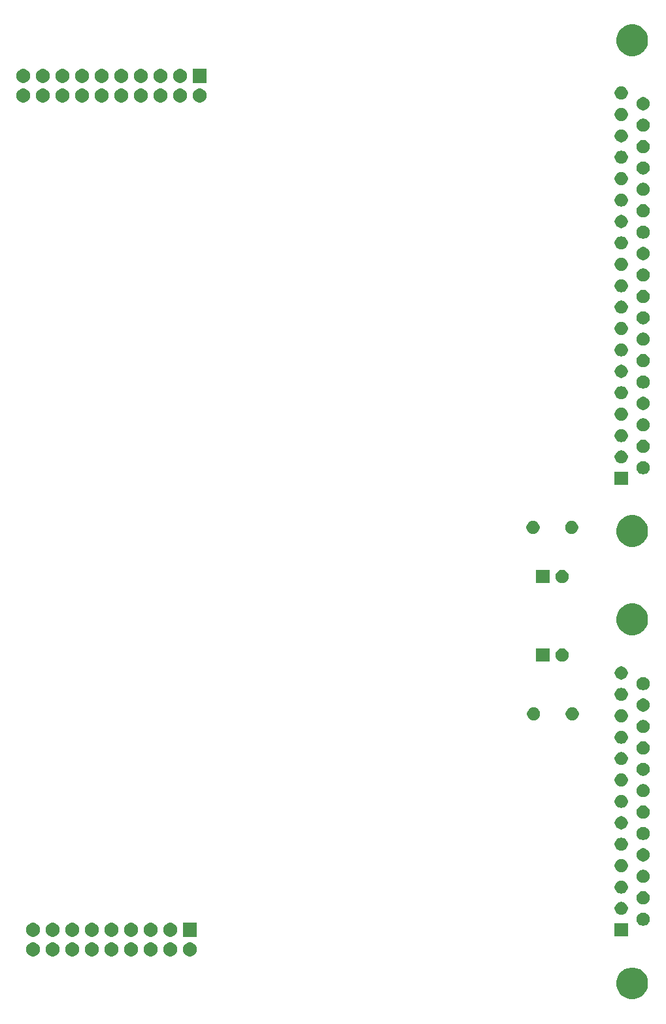
<source format=gbr>
G04 #@! TF.GenerationSoftware,KiCad,Pcbnew,5.1.5-52549c5~84~ubuntu18.04.1*
G04 #@! TF.CreationDate,2020-05-17T15:55:06-07:00*
G04 #@! TF.ProjectId,ram,72616d2e-6b69-4636-9164-5f7063625858,rev?*
G04 #@! TF.SameCoordinates,Original*
G04 #@! TF.FileFunction,Soldermask,Bot*
G04 #@! TF.FilePolarity,Negative*
%FSLAX46Y46*%
G04 Gerber Fmt 4.6, Leading zero omitted, Abs format (unit mm)*
G04 Created by KiCad (PCBNEW 5.1.5-52549c5~84~ubuntu18.04.1) date 2020-05-17 15:55:06*
%MOMM*%
%LPD*%
G04 APERTURE LIST*
%ADD10C,0.100000*%
G04 APERTURE END LIST*
D10*
G36*
X235698254Y-91317818D02*
G01*
X236071511Y-91472426D01*
X236071513Y-91472427D01*
X236407436Y-91696884D01*
X236693116Y-91982564D01*
X236917574Y-92318489D01*
X237072182Y-92691746D01*
X237151000Y-93087993D01*
X237151000Y-93492007D01*
X237072182Y-93888254D01*
X236917574Y-94261511D01*
X236917573Y-94261513D01*
X236693116Y-94597436D01*
X236407436Y-94883116D01*
X236071513Y-95107573D01*
X236071512Y-95107574D01*
X236071511Y-95107574D01*
X235698254Y-95262182D01*
X235302007Y-95341000D01*
X234897993Y-95341000D01*
X234501746Y-95262182D01*
X234128489Y-95107574D01*
X234128488Y-95107574D01*
X234128487Y-95107573D01*
X233792564Y-94883116D01*
X233506884Y-94597436D01*
X233282427Y-94261513D01*
X233282426Y-94261511D01*
X233127818Y-93888254D01*
X233049000Y-93492007D01*
X233049000Y-93087993D01*
X233127818Y-92691746D01*
X233282426Y-92318489D01*
X233506884Y-91982564D01*
X233792564Y-91696884D01*
X234128487Y-91472427D01*
X234128489Y-91472426D01*
X234501746Y-91317818D01*
X234897993Y-91239000D01*
X235302007Y-91239000D01*
X235698254Y-91317818D01*
G37*
G36*
X177913512Y-88003927D02*
G01*
X178062812Y-88033624D01*
X178226784Y-88101544D01*
X178374354Y-88200147D01*
X178499853Y-88325646D01*
X178598456Y-88473216D01*
X178666376Y-88637188D01*
X178701000Y-88811259D01*
X178701000Y-88988741D01*
X178666376Y-89162812D01*
X178598456Y-89326784D01*
X178499853Y-89474354D01*
X178374354Y-89599853D01*
X178226784Y-89698456D01*
X178062812Y-89766376D01*
X177913512Y-89796073D01*
X177888742Y-89801000D01*
X177711258Y-89801000D01*
X177686488Y-89796073D01*
X177537188Y-89766376D01*
X177373216Y-89698456D01*
X177225646Y-89599853D01*
X177100147Y-89474354D01*
X177001544Y-89326784D01*
X176933624Y-89162812D01*
X176899000Y-88988741D01*
X176899000Y-88811259D01*
X176933624Y-88637188D01*
X177001544Y-88473216D01*
X177100147Y-88325646D01*
X177225646Y-88200147D01*
X177373216Y-88101544D01*
X177537188Y-88033624D01*
X177686488Y-88003927D01*
X177711258Y-87999000D01*
X177888742Y-87999000D01*
X177913512Y-88003927D01*
G37*
G36*
X175373512Y-88003927D02*
G01*
X175522812Y-88033624D01*
X175686784Y-88101544D01*
X175834354Y-88200147D01*
X175959853Y-88325646D01*
X176058456Y-88473216D01*
X176126376Y-88637188D01*
X176161000Y-88811259D01*
X176161000Y-88988741D01*
X176126376Y-89162812D01*
X176058456Y-89326784D01*
X175959853Y-89474354D01*
X175834354Y-89599853D01*
X175686784Y-89698456D01*
X175522812Y-89766376D01*
X175373512Y-89796073D01*
X175348742Y-89801000D01*
X175171258Y-89801000D01*
X175146488Y-89796073D01*
X174997188Y-89766376D01*
X174833216Y-89698456D01*
X174685646Y-89599853D01*
X174560147Y-89474354D01*
X174461544Y-89326784D01*
X174393624Y-89162812D01*
X174359000Y-88988741D01*
X174359000Y-88811259D01*
X174393624Y-88637188D01*
X174461544Y-88473216D01*
X174560147Y-88325646D01*
X174685646Y-88200147D01*
X174833216Y-88101544D01*
X174997188Y-88033624D01*
X175146488Y-88003927D01*
X175171258Y-87999000D01*
X175348742Y-87999000D01*
X175373512Y-88003927D01*
G37*
G36*
X172833512Y-88003927D02*
G01*
X172982812Y-88033624D01*
X173146784Y-88101544D01*
X173294354Y-88200147D01*
X173419853Y-88325646D01*
X173518456Y-88473216D01*
X173586376Y-88637188D01*
X173621000Y-88811259D01*
X173621000Y-88988741D01*
X173586376Y-89162812D01*
X173518456Y-89326784D01*
X173419853Y-89474354D01*
X173294354Y-89599853D01*
X173146784Y-89698456D01*
X172982812Y-89766376D01*
X172833512Y-89796073D01*
X172808742Y-89801000D01*
X172631258Y-89801000D01*
X172606488Y-89796073D01*
X172457188Y-89766376D01*
X172293216Y-89698456D01*
X172145646Y-89599853D01*
X172020147Y-89474354D01*
X171921544Y-89326784D01*
X171853624Y-89162812D01*
X171819000Y-88988741D01*
X171819000Y-88811259D01*
X171853624Y-88637188D01*
X171921544Y-88473216D01*
X172020147Y-88325646D01*
X172145646Y-88200147D01*
X172293216Y-88101544D01*
X172457188Y-88033624D01*
X172606488Y-88003927D01*
X172631258Y-87999000D01*
X172808742Y-87999000D01*
X172833512Y-88003927D01*
G37*
G36*
X170293512Y-88003927D02*
G01*
X170442812Y-88033624D01*
X170606784Y-88101544D01*
X170754354Y-88200147D01*
X170879853Y-88325646D01*
X170978456Y-88473216D01*
X171046376Y-88637188D01*
X171081000Y-88811259D01*
X171081000Y-88988741D01*
X171046376Y-89162812D01*
X170978456Y-89326784D01*
X170879853Y-89474354D01*
X170754354Y-89599853D01*
X170606784Y-89698456D01*
X170442812Y-89766376D01*
X170293512Y-89796073D01*
X170268742Y-89801000D01*
X170091258Y-89801000D01*
X170066488Y-89796073D01*
X169917188Y-89766376D01*
X169753216Y-89698456D01*
X169605646Y-89599853D01*
X169480147Y-89474354D01*
X169381544Y-89326784D01*
X169313624Y-89162812D01*
X169279000Y-88988741D01*
X169279000Y-88811259D01*
X169313624Y-88637188D01*
X169381544Y-88473216D01*
X169480147Y-88325646D01*
X169605646Y-88200147D01*
X169753216Y-88101544D01*
X169917188Y-88033624D01*
X170066488Y-88003927D01*
X170091258Y-87999000D01*
X170268742Y-87999000D01*
X170293512Y-88003927D01*
G37*
G36*
X167753512Y-88003927D02*
G01*
X167902812Y-88033624D01*
X168066784Y-88101544D01*
X168214354Y-88200147D01*
X168339853Y-88325646D01*
X168438456Y-88473216D01*
X168506376Y-88637188D01*
X168541000Y-88811259D01*
X168541000Y-88988741D01*
X168506376Y-89162812D01*
X168438456Y-89326784D01*
X168339853Y-89474354D01*
X168214354Y-89599853D01*
X168066784Y-89698456D01*
X167902812Y-89766376D01*
X167753512Y-89796073D01*
X167728742Y-89801000D01*
X167551258Y-89801000D01*
X167526488Y-89796073D01*
X167377188Y-89766376D01*
X167213216Y-89698456D01*
X167065646Y-89599853D01*
X166940147Y-89474354D01*
X166841544Y-89326784D01*
X166773624Y-89162812D01*
X166739000Y-88988741D01*
X166739000Y-88811259D01*
X166773624Y-88637188D01*
X166841544Y-88473216D01*
X166940147Y-88325646D01*
X167065646Y-88200147D01*
X167213216Y-88101544D01*
X167377188Y-88033624D01*
X167526488Y-88003927D01*
X167551258Y-87999000D01*
X167728742Y-87999000D01*
X167753512Y-88003927D01*
G37*
G36*
X162673512Y-88003927D02*
G01*
X162822812Y-88033624D01*
X162986784Y-88101544D01*
X163134354Y-88200147D01*
X163259853Y-88325646D01*
X163358456Y-88473216D01*
X163426376Y-88637188D01*
X163461000Y-88811259D01*
X163461000Y-88988741D01*
X163426376Y-89162812D01*
X163358456Y-89326784D01*
X163259853Y-89474354D01*
X163134354Y-89599853D01*
X162986784Y-89698456D01*
X162822812Y-89766376D01*
X162673512Y-89796073D01*
X162648742Y-89801000D01*
X162471258Y-89801000D01*
X162446488Y-89796073D01*
X162297188Y-89766376D01*
X162133216Y-89698456D01*
X161985646Y-89599853D01*
X161860147Y-89474354D01*
X161761544Y-89326784D01*
X161693624Y-89162812D01*
X161659000Y-88988741D01*
X161659000Y-88811259D01*
X161693624Y-88637188D01*
X161761544Y-88473216D01*
X161860147Y-88325646D01*
X161985646Y-88200147D01*
X162133216Y-88101544D01*
X162297188Y-88033624D01*
X162446488Y-88003927D01*
X162471258Y-87999000D01*
X162648742Y-87999000D01*
X162673512Y-88003927D01*
G37*
G36*
X165213512Y-88003927D02*
G01*
X165362812Y-88033624D01*
X165526784Y-88101544D01*
X165674354Y-88200147D01*
X165799853Y-88325646D01*
X165898456Y-88473216D01*
X165966376Y-88637188D01*
X166001000Y-88811259D01*
X166001000Y-88988741D01*
X165966376Y-89162812D01*
X165898456Y-89326784D01*
X165799853Y-89474354D01*
X165674354Y-89599853D01*
X165526784Y-89698456D01*
X165362812Y-89766376D01*
X165213512Y-89796073D01*
X165188742Y-89801000D01*
X165011258Y-89801000D01*
X164986488Y-89796073D01*
X164837188Y-89766376D01*
X164673216Y-89698456D01*
X164525646Y-89599853D01*
X164400147Y-89474354D01*
X164301544Y-89326784D01*
X164233624Y-89162812D01*
X164199000Y-88988741D01*
X164199000Y-88811259D01*
X164233624Y-88637188D01*
X164301544Y-88473216D01*
X164400147Y-88325646D01*
X164525646Y-88200147D01*
X164673216Y-88101544D01*
X164837188Y-88033624D01*
X164986488Y-88003927D01*
X165011258Y-87999000D01*
X165188742Y-87999000D01*
X165213512Y-88003927D01*
G37*
G36*
X157593512Y-88003927D02*
G01*
X157742812Y-88033624D01*
X157906784Y-88101544D01*
X158054354Y-88200147D01*
X158179853Y-88325646D01*
X158278456Y-88473216D01*
X158346376Y-88637188D01*
X158381000Y-88811259D01*
X158381000Y-88988741D01*
X158346376Y-89162812D01*
X158278456Y-89326784D01*
X158179853Y-89474354D01*
X158054354Y-89599853D01*
X157906784Y-89698456D01*
X157742812Y-89766376D01*
X157593512Y-89796073D01*
X157568742Y-89801000D01*
X157391258Y-89801000D01*
X157366488Y-89796073D01*
X157217188Y-89766376D01*
X157053216Y-89698456D01*
X156905646Y-89599853D01*
X156780147Y-89474354D01*
X156681544Y-89326784D01*
X156613624Y-89162812D01*
X156579000Y-88988741D01*
X156579000Y-88811259D01*
X156613624Y-88637188D01*
X156681544Y-88473216D01*
X156780147Y-88325646D01*
X156905646Y-88200147D01*
X157053216Y-88101544D01*
X157217188Y-88033624D01*
X157366488Y-88003927D01*
X157391258Y-87999000D01*
X157568742Y-87999000D01*
X157593512Y-88003927D01*
G37*
G36*
X160133512Y-88003927D02*
G01*
X160282812Y-88033624D01*
X160446784Y-88101544D01*
X160594354Y-88200147D01*
X160719853Y-88325646D01*
X160818456Y-88473216D01*
X160886376Y-88637188D01*
X160921000Y-88811259D01*
X160921000Y-88988741D01*
X160886376Y-89162812D01*
X160818456Y-89326784D01*
X160719853Y-89474354D01*
X160594354Y-89599853D01*
X160446784Y-89698456D01*
X160282812Y-89766376D01*
X160133512Y-89796073D01*
X160108742Y-89801000D01*
X159931258Y-89801000D01*
X159906488Y-89796073D01*
X159757188Y-89766376D01*
X159593216Y-89698456D01*
X159445646Y-89599853D01*
X159320147Y-89474354D01*
X159221544Y-89326784D01*
X159153624Y-89162812D01*
X159119000Y-88988741D01*
X159119000Y-88811259D01*
X159153624Y-88637188D01*
X159221544Y-88473216D01*
X159320147Y-88325646D01*
X159445646Y-88200147D01*
X159593216Y-88101544D01*
X159757188Y-88033624D01*
X159906488Y-88003927D01*
X159931258Y-87999000D01*
X160108742Y-87999000D01*
X160133512Y-88003927D01*
G37*
G36*
X175373512Y-85463927D02*
G01*
X175522812Y-85493624D01*
X175686784Y-85561544D01*
X175834354Y-85660147D01*
X175959853Y-85785646D01*
X176058456Y-85933216D01*
X176126376Y-86097188D01*
X176161000Y-86271259D01*
X176161000Y-86448741D01*
X176126376Y-86622812D01*
X176058456Y-86786784D01*
X175959853Y-86934354D01*
X175834354Y-87059853D01*
X175686784Y-87158456D01*
X175522812Y-87226376D01*
X175373512Y-87256073D01*
X175348742Y-87261000D01*
X175171258Y-87261000D01*
X175146488Y-87256073D01*
X174997188Y-87226376D01*
X174833216Y-87158456D01*
X174685646Y-87059853D01*
X174560147Y-86934354D01*
X174461544Y-86786784D01*
X174393624Y-86622812D01*
X174359000Y-86448741D01*
X174359000Y-86271259D01*
X174393624Y-86097188D01*
X174461544Y-85933216D01*
X174560147Y-85785646D01*
X174685646Y-85660147D01*
X174833216Y-85561544D01*
X174997188Y-85493624D01*
X175146488Y-85463927D01*
X175171258Y-85459000D01*
X175348742Y-85459000D01*
X175373512Y-85463927D01*
G37*
G36*
X172833512Y-85463927D02*
G01*
X172982812Y-85493624D01*
X173146784Y-85561544D01*
X173294354Y-85660147D01*
X173419853Y-85785646D01*
X173518456Y-85933216D01*
X173586376Y-86097188D01*
X173621000Y-86271259D01*
X173621000Y-86448741D01*
X173586376Y-86622812D01*
X173518456Y-86786784D01*
X173419853Y-86934354D01*
X173294354Y-87059853D01*
X173146784Y-87158456D01*
X172982812Y-87226376D01*
X172833512Y-87256073D01*
X172808742Y-87261000D01*
X172631258Y-87261000D01*
X172606488Y-87256073D01*
X172457188Y-87226376D01*
X172293216Y-87158456D01*
X172145646Y-87059853D01*
X172020147Y-86934354D01*
X171921544Y-86786784D01*
X171853624Y-86622812D01*
X171819000Y-86448741D01*
X171819000Y-86271259D01*
X171853624Y-86097188D01*
X171921544Y-85933216D01*
X172020147Y-85785646D01*
X172145646Y-85660147D01*
X172293216Y-85561544D01*
X172457188Y-85493624D01*
X172606488Y-85463927D01*
X172631258Y-85459000D01*
X172808742Y-85459000D01*
X172833512Y-85463927D01*
G37*
G36*
X160133512Y-85463927D02*
G01*
X160282812Y-85493624D01*
X160446784Y-85561544D01*
X160594354Y-85660147D01*
X160719853Y-85785646D01*
X160818456Y-85933216D01*
X160886376Y-86097188D01*
X160921000Y-86271259D01*
X160921000Y-86448741D01*
X160886376Y-86622812D01*
X160818456Y-86786784D01*
X160719853Y-86934354D01*
X160594354Y-87059853D01*
X160446784Y-87158456D01*
X160282812Y-87226376D01*
X160133512Y-87256073D01*
X160108742Y-87261000D01*
X159931258Y-87261000D01*
X159906488Y-87256073D01*
X159757188Y-87226376D01*
X159593216Y-87158456D01*
X159445646Y-87059853D01*
X159320147Y-86934354D01*
X159221544Y-86786784D01*
X159153624Y-86622812D01*
X159119000Y-86448741D01*
X159119000Y-86271259D01*
X159153624Y-86097188D01*
X159221544Y-85933216D01*
X159320147Y-85785646D01*
X159445646Y-85660147D01*
X159593216Y-85561544D01*
X159757188Y-85493624D01*
X159906488Y-85463927D01*
X159931258Y-85459000D01*
X160108742Y-85459000D01*
X160133512Y-85463927D01*
G37*
G36*
X170293512Y-85463927D02*
G01*
X170442812Y-85493624D01*
X170606784Y-85561544D01*
X170754354Y-85660147D01*
X170879853Y-85785646D01*
X170978456Y-85933216D01*
X171046376Y-86097188D01*
X171081000Y-86271259D01*
X171081000Y-86448741D01*
X171046376Y-86622812D01*
X170978456Y-86786784D01*
X170879853Y-86934354D01*
X170754354Y-87059853D01*
X170606784Y-87158456D01*
X170442812Y-87226376D01*
X170293512Y-87256073D01*
X170268742Y-87261000D01*
X170091258Y-87261000D01*
X170066488Y-87256073D01*
X169917188Y-87226376D01*
X169753216Y-87158456D01*
X169605646Y-87059853D01*
X169480147Y-86934354D01*
X169381544Y-86786784D01*
X169313624Y-86622812D01*
X169279000Y-86448741D01*
X169279000Y-86271259D01*
X169313624Y-86097188D01*
X169381544Y-85933216D01*
X169480147Y-85785646D01*
X169605646Y-85660147D01*
X169753216Y-85561544D01*
X169917188Y-85493624D01*
X170066488Y-85463927D01*
X170091258Y-85459000D01*
X170268742Y-85459000D01*
X170293512Y-85463927D01*
G37*
G36*
X167753512Y-85463927D02*
G01*
X167902812Y-85493624D01*
X168066784Y-85561544D01*
X168214354Y-85660147D01*
X168339853Y-85785646D01*
X168438456Y-85933216D01*
X168506376Y-86097188D01*
X168541000Y-86271259D01*
X168541000Y-86448741D01*
X168506376Y-86622812D01*
X168438456Y-86786784D01*
X168339853Y-86934354D01*
X168214354Y-87059853D01*
X168066784Y-87158456D01*
X167902812Y-87226376D01*
X167753512Y-87256073D01*
X167728742Y-87261000D01*
X167551258Y-87261000D01*
X167526488Y-87256073D01*
X167377188Y-87226376D01*
X167213216Y-87158456D01*
X167065646Y-87059853D01*
X166940147Y-86934354D01*
X166841544Y-86786784D01*
X166773624Y-86622812D01*
X166739000Y-86448741D01*
X166739000Y-86271259D01*
X166773624Y-86097188D01*
X166841544Y-85933216D01*
X166940147Y-85785646D01*
X167065646Y-85660147D01*
X167213216Y-85561544D01*
X167377188Y-85493624D01*
X167526488Y-85463927D01*
X167551258Y-85459000D01*
X167728742Y-85459000D01*
X167753512Y-85463927D01*
G37*
G36*
X178701000Y-87261000D02*
G01*
X176899000Y-87261000D01*
X176899000Y-85459000D01*
X178701000Y-85459000D01*
X178701000Y-87261000D01*
G37*
G36*
X165213512Y-85463927D02*
G01*
X165362812Y-85493624D01*
X165526784Y-85561544D01*
X165674354Y-85660147D01*
X165799853Y-85785646D01*
X165898456Y-85933216D01*
X165966376Y-86097188D01*
X166001000Y-86271259D01*
X166001000Y-86448741D01*
X165966376Y-86622812D01*
X165898456Y-86786784D01*
X165799853Y-86934354D01*
X165674354Y-87059853D01*
X165526784Y-87158456D01*
X165362812Y-87226376D01*
X165213512Y-87256073D01*
X165188742Y-87261000D01*
X165011258Y-87261000D01*
X164986488Y-87256073D01*
X164837188Y-87226376D01*
X164673216Y-87158456D01*
X164525646Y-87059853D01*
X164400147Y-86934354D01*
X164301544Y-86786784D01*
X164233624Y-86622812D01*
X164199000Y-86448741D01*
X164199000Y-86271259D01*
X164233624Y-86097188D01*
X164301544Y-85933216D01*
X164400147Y-85785646D01*
X164525646Y-85660147D01*
X164673216Y-85561544D01*
X164837188Y-85493624D01*
X164986488Y-85463927D01*
X165011258Y-85459000D01*
X165188742Y-85459000D01*
X165213512Y-85463927D01*
G37*
G36*
X162673512Y-85463927D02*
G01*
X162822812Y-85493624D01*
X162986784Y-85561544D01*
X163134354Y-85660147D01*
X163259853Y-85785646D01*
X163358456Y-85933216D01*
X163426376Y-86097188D01*
X163461000Y-86271259D01*
X163461000Y-86448741D01*
X163426376Y-86622812D01*
X163358456Y-86786784D01*
X163259853Y-86934354D01*
X163134354Y-87059853D01*
X162986784Y-87158456D01*
X162822812Y-87226376D01*
X162673512Y-87256073D01*
X162648742Y-87261000D01*
X162471258Y-87261000D01*
X162446488Y-87256073D01*
X162297188Y-87226376D01*
X162133216Y-87158456D01*
X161985646Y-87059853D01*
X161860147Y-86934354D01*
X161761544Y-86786784D01*
X161693624Y-86622812D01*
X161659000Y-86448741D01*
X161659000Y-86271259D01*
X161693624Y-86097188D01*
X161761544Y-85933216D01*
X161860147Y-85785646D01*
X161985646Y-85660147D01*
X162133216Y-85561544D01*
X162297188Y-85493624D01*
X162446488Y-85463927D01*
X162471258Y-85459000D01*
X162648742Y-85459000D01*
X162673512Y-85463927D01*
G37*
G36*
X157593512Y-85463927D02*
G01*
X157742812Y-85493624D01*
X157906784Y-85561544D01*
X158054354Y-85660147D01*
X158179853Y-85785646D01*
X158278456Y-85933216D01*
X158346376Y-86097188D01*
X158381000Y-86271259D01*
X158381000Y-86448741D01*
X158346376Y-86622812D01*
X158278456Y-86786784D01*
X158179853Y-86934354D01*
X158054354Y-87059853D01*
X157906784Y-87158456D01*
X157742812Y-87226376D01*
X157593512Y-87256073D01*
X157568742Y-87261000D01*
X157391258Y-87261000D01*
X157366488Y-87256073D01*
X157217188Y-87226376D01*
X157053216Y-87158456D01*
X156905646Y-87059853D01*
X156780147Y-86934354D01*
X156681544Y-86786784D01*
X156613624Y-86622812D01*
X156579000Y-86448741D01*
X156579000Y-86271259D01*
X156613624Y-86097188D01*
X156681544Y-85933216D01*
X156780147Y-85785646D01*
X156905646Y-85660147D01*
X157053216Y-85561544D01*
X157217188Y-85493624D01*
X157366488Y-85463927D01*
X157391258Y-85459000D01*
X157568742Y-85459000D01*
X157593512Y-85463927D01*
G37*
G36*
X234531000Y-87211000D02*
G01*
X232829000Y-87211000D01*
X232829000Y-85509000D01*
X234531000Y-85509000D01*
X234531000Y-87211000D01*
G37*
G36*
X236768228Y-84156703D02*
G01*
X236923100Y-84220853D01*
X237062481Y-84313985D01*
X237181015Y-84432519D01*
X237274147Y-84571900D01*
X237338297Y-84726772D01*
X237371000Y-84891184D01*
X237371000Y-85058816D01*
X237338297Y-85223228D01*
X237274147Y-85378100D01*
X237181015Y-85517481D01*
X237062481Y-85636015D01*
X236923100Y-85729147D01*
X236768228Y-85793297D01*
X236603816Y-85826000D01*
X236436184Y-85826000D01*
X236271772Y-85793297D01*
X236116900Y-85729147D01*
X235977519Y-85636015D01*
X235858985Y-85517481D01*
X235765853Y-85378100D01*
X235701703Y-85223228D01*
X235669000Y-85058816D01*
X235669000Y-84891184D01*
X235701703Y-84726772D01*
X235765853Y-84571900D01*
X235858985Y-84432519D01*
X235977519Y-84313985D01*
X236116900Y-84220853D01*
X236271772Y-84156703D01*
X236436184Y-84124000D01*
X236603816Y-84124000D01*
X236768228Y-84156703D01*
G37*
G36*
X233928228Y-82771703D02*
G01*
X234083100Y-82835853D01*
X234222481Y-82928985D01*
X234341015Y-83047519D01*
X234434147Y-83186900D01*
X234498297Y-83341772D01*
X234531000Y-83506184D01*
X234531000Y-83673816D01*
X234498297Y-83838228D01*
X234434147Y-83993100D01*
X234341015Y-84132481D01*
X234222481Y-84251015D01*
X234083100Y-84344147D01*
X233928228Y-84408297D01*
X233763816Y-84441000D01*
X233596184Y-84441000D01*
X233431772Y-84408297D01*
X233276900Y-84344147D01*
X233137519Y-84251015D01*
X233018985Y-84132481D01*
X232925853Y-83993100D01*
X232861703Y-83838228D01*
X232829000Y-83673816D01*
X232829000Y-83506184D01*
X232861703Y-83341772D01*
X232925853Y-83186900D01*
X233018985Y-83047519D01*
X233137519Y-82928985D01*
X233276900Y-82835853D01*
X233431772Y-82771703D01*
X233596184Y-82739000D01*
X233763816Y-82739000D01*
X233928228Y-82771703D01*
G37*
G36*
X236768228Y-81386703D02*
G01*
X236923100Y-81450853D01*
X237062481Y-81543985D01*
X237181015Y-81662519D01*
X237274147Y-81801900D01*
X237338297Y-81956772D01*
X237371000Y-82121184D01*
X237371000Y-82288816D01*
X237338297Y-82453228D01*
X237274147Y-82608100D01*
X237181015Y-82747481D01*
X237062481Y-82866015D01*
X236923100Y-82959147D01*
X236768228Y-83023297D01*
X236603816Y-83056000D01*
X236436184Y-83056000D01*
X236271772Y-83023297D01*
X236116900Y-82959147D01*
X235977519Y-82866015D01*
X235858985Y-82747481D01*
X235765853Y-82608100D01*
X235701703Y-82453228D01*
X235669000Y-82288816D01*
X235669000Y-82121184D01*
X235701703Y-81956772D01*
X235765853Y-81801900D01*
X235858985Y-81662519D01*
X235977519Y-81543985D01*
X236116900Y-81450853D01*
X236271772Y-81386703D01*
X236436184Y-81354000D01*
X236603816Y-81354000D01*
X236768228Y-81386703D01*
G37*
G36*
X233928228Y-80001703D02*
G01*
X234083100Y-80065853D01*
X234222481Y-80158985D01*
X234341015Y-80277519D01*
X234434147Y-80416900D01*
X234498297Y-80571772D01*
X234531000Y-80736184D01*
X234531000Y-80903816D01*
X234498297Y-81068228D01*
X234434147Y-81223100D01*
X234341015Y-81362481D01*
X234222481Y-81481015D01*
X234083100Y-81574147D01*
X233928228Y-81638297D01*
X233763816Y-81671000D01*
X233596184Y-81671000D01*
X233431772Y-81638297D01*
X233276900Y-81574147D01*
X233137519Y-81481015D01*
X233018985Y-81362481D01*
X232925853Y-81223100D01*
X232861703Y-81068228D01*
X232829000Y-80903816D01*
X232829000Y-80736184D01*
X232861703Y-80571772D01*
X232925853Y-80416900D01*
X233018985Y-80277519D01*
X233137519Y-80158985D01*
X233276900Y-80065853D01*
X233431772Y-80001703D01*
X233596184Y-79969000D01*
X233763816Y-79969000D01*
X233928228Y-80001703D01*
G37*
G36*
X236768228Y-78616703D02*
G01*
X236923100Y-78680853D01*
X237062481Y-78773985D01*
X237181015Y-78892519D01*
X237274147Y-79031900D01*
X237338297Y-79186772D01*
X237371000Y-79351184D01*
X237371000Y-79518816D01*
X237338297Y-79683228D01*
X237274147Y-79838100D01*
X237181015Y-79977481D01*
X237062481Y-80096015D01*
X236923100Y-80189147D01*
X236768228Y-80253297D01*
X236603816Y-80286000D01*
X236436184Y-80286000D01*
X236271772Y-80253297D01*
X236116900Y-80189147D01*
X235977519Y-80096015D01*
X235858985Y-79977481D01*
X235765853Y-79838100D01*
X235701703Y-79683228D01*
X235669000Y-79518816D01*
X235669000Y-79351184D01*
X235701703Y-79186772D01*
X235765853Y-79031900D01*
X235858985Y-78892519D01*
X235977519Y-78773985D01*
X236116900Y-78680853D01*
X236271772Y-78616703D01*
X236436184Y-78584000D01*
X236603816Y-78584000D01*
X236768228Y-78616703D01*
G37*
G36*
X233928228Y-77231703D02*
G01*
X234083100Y-77295853D01*
X234222481Y-77388985D01*
X234341015Y-77507519D01*
X234434147Y-77646900D01*
X234498297Y-77801772D01*
X234531000Y-77966184D01*
X234531000Y-78133816D01*
X234498297Y-78298228D01*
X234434147Y-78453100D01*
X234341015Y-78592481D01*
X234222481Y-78711015D01*
X234083100Y-78804147D01*
X233928228Y-78868297D01*
X233763816Y-78901000D01*
X233596184Y-78901000D01*
X233431772Y-78868297D01*
X233276900Y-78804147D01*
X233137519Y-78711015D01*
X233018985Y-78592481D01*
X232925853Y-78453100D01*
X232861703Y-78298228D01*
X232829000Y-78133816D01*
X232829000Y-77966184D01*
X232861703Y-77801772D01*
X232925853Y-77646900D01*
X233018985Y-77507519D01*
X233137519Y-77388985D01*
X233276900Y-77295853D01*
X233431772Y-77231703D01*
X233596184Y-77199000D01*
X233763816Y-77199000D01*
X233928228Y-77231703D01*
G37*
G36*
X236768228Y-75846703D02*
G01*
X236923100Y-75910853D01*
X237062481Y-76003985D01*
X237181015Y-76122519D01*
X237274147Y-76261900D01*
X237338297Y-76416772D01*
X237371000Y-76581184D01*
X237371000Y-76748816D01*
X237338297Y-76913228D01*
X237274147Y-77068100D01*
X237181015Y-77207481D01*
X237062481Y-77326015D01*
X236923100Y-77419147D01*
X236768228Y-77483297D01*
X236603816Y-77516000D01*
X236436184Y-77516000D01*
X236271772Y-77483297D01*
X236116900Y-77419147D01*
X235977519Y-77326015D01*
X235858985Y-77207481D01*
X235765853Y-77068100D01*
X235701703Y-76913228D01*
X235669000Y-76748816D01*
X235669000Y-76581184D01*
X235701703Y-76416772D01*
X235765853Y-76261900D01*
X235858985Y-76122519D01*
X235977519Y-76003985D01*
X236116900Y-75910853D01*
X236271772Y-75846703D01*
X236436184Y-75814000D01*
X236603816Y-75814000D01*
X236768228Y-75846703D01*
G37*
G36*
X233928228Y-74461703D02*
G01*
X234083100Y-74525853D01*
X234222481Y-74618985D01*
X234341015Y-74737519D01*
X234434147Y-74876900D01*
X234498297Y-75031772D01*
X234531000Y-75196184D01*
X234531000Y-75363816D01*
X234498297Y-75528228D01*
X234434147Y-75683100D01*
X234341015Y-75822481D01*
X234222481Y-75941015D01*
X234083100Y-76034147D01*
X233928228Y-76098297D01*
X233763816Y-76131000D01*
X233596184Y-76131000D01*
X233431772Y-76098297D01*
X233276900Y-76034147D01*
X233137519Y-75941015D01*
X233018985Y-75822481D01*
X232925853Y-75683100D01*
X232861703Y-75528228D01*
X232829000Y-75363816D01*
X232829000Y-75196184D01*
X232861703Y-75031772D01*
X232925853Y-74876900D01*
X233018985Y-74737519D01*
X233137519Y-74618985D01*
X233276900Y-74525853D01*
X233431772Y-74461703D01*
X233596184Y-74429000D01*
X233763816Y-74429000D01*
X233928228Y-74461703D01*
G37*
G36*
X236768228Y-73076703D02*
G01*
X236923100Y-73140853D01*
X237062481Y-73233985D01*
X237181015Y-73352519D01*
X237274147Y-73491900D01*
X237338297Y-73646772D01*
X237371000Y-73811184D01*
X237371000Y-73978816D01*
X237338297Y-74143228D01*
X237274147Y-74298100D01*
X237181015Y-74437481D01*
X237062481Y-74556015D01*
X236923100Y-74649147D01*
X236768228Y-74713297D01*
X236603816Y-74746000D01*
X236436184Y-74746000D01*
X236271772Y-74713297D01*
X236116900Y-74649147D01*
X235977519Y-74556015D01*
X235858985Y-74437481D01*
X235765853Y-74298100D01*
X235701703Y-74143228D01*
X235669000Y-73978816D01*
X235669000Y-73811184D01*
X235701703Y-73646772D01*
X235765853Y-73491900D01*
X235858985Y-73352519D01*
X235977519Y-73233985D01*
X236116900Y-73140853D01*
X236271772Y-73076703D01*
X236436184Y-73044000D01*
X236603816Y-73044000D01*
X236768228Y-73076703D01*
G37*
G36*
X233928228Y-71691703D02*
G01*
X234083100Y-71755853D01*
X234222481Y-71848985D01*
X234341015Y-71967519D01*
X234434147Y-72106900D01*
X234498297Y-72261772D01*
X234531000Y-72426184D01*
X234531000Y-72593816D01*
X234498297Y-72758228D01*
X234434147Y-72913100D01*
X234341015Y-73052481D01*
X234222481Y-73171015D01*
X234083100Y-73264147D01*
X233928228Y-73328297D01*
X233763816Y-73361000D01*
X233596184Y-73361000D01*
X233431772Y-73328297D01*
X233276900Y-73264147D01*
X233137519Y-73171015D01*
X233018985Y-73052481D01*
X232925853Y-72913100D01*
X232861703Y-72758228D01*
X232829000Y-72593816D01*
X232829000Y-72426184D01*
X232861703Y-72261772D01*
X232925853Y-72106900D01*
X233018985Y-71967519D01*
X233137519Y-71848985D01*
X233276900Y-71755853D01*
X233431772Y-71691703D01*
X233596184Y-71659000D01*
X233763816Y-71659000D01*
X233928228Y-71691703D01*
G37*
G36*
X236768228Y-70306703D02*
G01*
X236923100Y-70370853D01*
X237062481Y-70463985D01*
X237181015Y-70582519D01*
X237274147Y-70721900D01*
X237338297Y-70876772D01*
X237371000Y-71041184D01*
X237371000Y-71208816D01*
X237338297Y-71373228D01*
X237274147Y-71528100D01*
X237181015Y-71667481D01*
X237062481Y-71786015D01*
X236923100Y-71879147D01*
X236768228Y-71943297D01*
X236603816Y-71976000D01*
X236436184Y-71976000D01*
X236271772Y-71943297D01*
X236116900Y-71879147D01*
X235977519Y-71786015D01*
X235858985Y-71667481D01*
X235765853Y-71528100D01*
X235701703Y-71373228D01*
X235669000Y-71208816D01*
X235669000Y-71041184D01*
X235701703Y-70876772D01*
X235765853Y-70721900D01*
X235858985Y-70582519D01*
X235977519Y-70463985D01*
X236116900Y-70370853D01*
X236271772Y-70306703D01*
X236436184Y-70274000D01*
X236603816Y-70274000D01*
X236768228Y-70306703D01*
G37*
G36*
X233928228Y-68921703D02*
G01*
X234083100Y-68985853D01*
X234222481Y-69078985D01*
X234341015Y-69197519D01*
X234434147Y-69336900D01*
X234498297Y-69491772D01*
X234531000Y-69656184D01*
X234531000Y-69823816D01*
X234498297Y-69988228D01*
X234434147Y-70143100D01*
X234341015Y-70282481D01*
X234222481Y-70401015D01*
X234083100Y-70494147D01*
X233928228Y-70558297D01*
X233763816Y-70591000D01*
X233596184Y-70591000D01*
X233431772Y-70558297D01*
X233276900Y-70494147D01*
X233137519Y-70401015D01*
X233018985Y-70282481D01*
X232925853Y-70143100D01*
X232861703Y-69988228D01*
X232829000Y-69823816D01*
X232829000Y-69656184D01*
X232861703Y-69491772D01*
X232925853Y-69336900D01*
X233018985Y-69197519D01*
X233137519Y-69078985D01*
X233276900Y-68985853D01*
X233431772Y-68921703D01*
X233596184Y-68889000D01*
X233763816Y-68889000D01*
X233928228Y-68921703D01*
G37*
G36*
X236768228Y-67536703D02*
G01*
X236923100Y-67600853D01*
X237062481Y-67693985D01*
X237181015Y-67812519D01*
X237274147Y-67951900D01*
X237338297Y-68106772D01*
X237371000Y-68271184D01*
X237371000Y-68438816D01*
X237338297Y-68603228D01*
X237274147Y-68758100D01*
X237181015Y-68897481D01*
X237062481Y-69016015D01*
X236923100Y-69109147D01*
X236768228Y-69173297D01*
X236603816Y-69206000D01*
X236436184Y-69206000D01*
X236271772Y-69173297D01*
X236116900Y-69109147D01*
X235977519Y-69016015D01*
X235858985Y-68897481D01*
X235765853Y-68758100D01*
X235701703Y-68603228D01*
X235669000Y-68438816D01*
X235669000Y-68271184D01*
X235701703Y-68106772D01*
X235765853Y-67951900D01*
X235858985Y-67812519D01*
X235977519Y-67693985D01*
X236116900Y-67600853D01*
X236271772Y-67536703D01*
X236436184Y-67504000D01*
X236603816Y-67504000D01*
X236768228Y-67536703D01*
G37*
G36*
X233928228Y-66151703D02*
G01*
X234083100Y-66215853D01*
X234222481Y-66308985D01*
X234341015Y-66427519D01*
X234434147Y-66566900D01*
X234498297Y-66721772D01*
X234531000Y-66886184D01*
X234531000Y-67053816D01*
X234498297Y-67218228D01*
X234434147Y-67373100D01*
X234341015Y-67512481D01*
X234222481Y-67631015D01*
X234083100Y-67724147D01*
X233928228Y-67788297D01*
X233763816Y-67821000D01*
X233596184Y-67821000D01*
X233431772Y-67788297D01*
X233276900Y-67724147D01*
X233137519Y-67631015D01*
X233018985Y-67512481D01*
X232925853Y-67373100D01*
X232861703Y-67218228D01*
X232829000Y-67053816D01*
X232829000Y-66886184D01*
X232861703Y-66721772D01*
X232925853Y-66566900D01*
X233018985Y-66427519D01*
X233137519Y-66308985D01*
X233276900Y-66215853D01*
X233431772Y-66151703D01*
X233596184Y-66119000D01*
X233763816Y-66119000D01*
X233928228Y-66151703D01*
G37*
G36*
X236768228Y-64766703D02*
G01*
X236923100Y-64830853D01*
X237062481Y-64923985D01*
X237181015Y-65042519D01*
X237274147Y-65181900D01*
X237338297Y-65336772D01*
X237371000Y-65501184D01*
X237371000Y-65668816D01*
X237338297Y-65833228D01*
X237274147Y-65988100D01*
X237181015Y-66127481D01*
X237062481Y-66246015D01*
X236923100Y-66339147D01*
X236768228Y-66403297D01*
X236603816Y-66436000D01*
X236436184Y-66436000D01*
X236271772Y-66403297D01*
X236116900Y-66339147D01*
X235977519Y-66246015D01*
X235858985Y-66127481D01*
X235765853Y-65988100D01*
X235701703Y-65833228D01*
X235669000Y-65668816D01*
X235669000Y-65501184D01*
X235701703Y-65336772D01*
X235765853Y-65181900D01*
X235858985Y-65042519D01*
X235977519Y-64923985D01*
X236116900Y-64830853D01*
X236271772Y-64766703D01*
X236436184Y-64734000D01*
X236603816Y-64734000D01*
X236768228Y-64766703D01*
G37*
G36*
X233928228Y-63381703D02*
G01*
X234083100Y-63445853D01*
X234222481Y-63538985D01*
X234341015Y-63657519D01*
X234434147Y-63796900D01*
X234498297Y-63951772D01*
X234531000Y-64116184D01*
X234531000Y-64283816D01*
X234498297Y-64448228D01*
X234434147Y-64603100D01*
X234341015Y-64742481D01*
X234222481Y-64861015D01*
X234083100Y-64954147D01*
X233928228Y-65018297D01*
X233763816Y-65051000D01*
X233596184Y-65051000D01*
X233431772Y-65018297D01*
X233276900Y-64954147D01*
X233137519Y-64861015D01*
X233018985Y-64742481D01*
X232925853Y-64603100D01*
X232861703Y-64448228D01*
X232829000Y-64283816D01*
X232829000Y-64116184D01*
X232861703Y-63951772D01*
X232925853Y-63796900D01*
X233018985Y-63657519D01*
X233137519Y-63538985D01*
X233276900Y-63445853D01*
X233431772Y-63381703D01*
X233596184Y-63349000D01*
X233763816Y-63349000D01*
X233928228Y-63381703D01*
G37*
G36*
X236768228Y-61996703D02*
G01*
X236923100Y-62060853D01*
X237062481Y-62153985D01*
X237181015Y-62272519D01*
X237274147Y-62411900D01*
X237338297Y-62566772D01*
X237371000Y-62731184D01*
X237371000Y-62898816D01*
X237338297Y-63063228D01*
X237274147Y-63218100D01*
X237181015Y-63357481D01*
X237062481Y-63476015D01*
X236923100Y-63569147D01*
X236768228Y-63633297D01*
X236603816Y-63666000D01*
X236436184Y-63666000D01*
X236271772Y-63633297D01*
X236116900Y-63569147D01*
X235977519Y-63476015D01*
X235858985Y-63357481D01*
X235765853Y-63218100D01*
X235701703Y-63063228D01*
X235669000Y-62898816D01*
X235669000Y-62731184D01*
X235701703Y-62566772D01*
X235765853Y-62411900D01*
X235858985Y-62272519D01*
X235977519Y-62153985D01*
X236116900Y-62060853D01*
X236271772Y-61996703D01*
X236436184Y-61964000D01*
X236603816Y-61964000D01*
X236768228Y-61996703D01*
G37*
G36*
X233928228Y-60611703D02*
G01*
X234083100Y-60675853D01*
X234222481Y-60768985D01*
X234341015Y-60887519D01*
X234434147Y-61026900D01*
X234498297Y-61181772D01*
X234531000Y-61346184D01*
X234531000Y-61513816D01*
X234498297Y-61678228D01*
X234434147Y-61833100D01*
X234341015Y-61972481D01*
X234222481Y-62091015D01*
X234083100Y-62184147D01*
X233928228Y-62248297D01*
X233763816Y-62281000D01*
X233596184Y-62281000D01*
X233431772Y-62248297D01*
X233276900Y-62184147D01*
X233137519Y-62091015D01*
X233018985Y-61972481D01*
X232925853Y-61833100D01*
X232861703Y-61678228D01*
X232829000Y-61513816D01*
X232829000Y-61346184D01*
X232861703Y-61181772D01*
X232925853Y-61026900D01*
X233018985Y-60887519D01*
X233137519Y-60768985D01*
X233276900Y-60675853D01*
X233431772Y-60611703D01*
X233596184Y-60579000D01*
X233763816Y-60579000D01*
X233928228Y-60611703D01*
G37*
G36*
X236768228Y-59226703D02*
G01*
X236923100Y-59290853D01*
X237062481Y-59383985D01*
X237181015Y-59502519D01*
X237274147Y-59641900D01*
X237338297Y-59796772D01*
X237371000Y-59961184D01*
X237371000Y-60128816D01*
X237338297Y-60293228D01*
X237274147Y-60448100D01*
X237181015Y-60587481D01*
X237062481Y-60706015D01*
X236923100Y-60799147D01*
X236768228Y-60863297D01*
X236603816Y-60896000D01*
X236436184Y-60896000D01*
X236271772Y-60863297D01*
X236116900Y-60799147D01*
X235977519Y-60706015D01*
X235858985Y-60587481D01*
X235765853Y-60448100D01*
X235701703Y-60293228D01*
X235669000Y-60128816D01*
X235669000Y-59961184D01*
X235701703Y-59796772D01*
X235765853Y-59641900D01*
X235858985Y-59502519D01*
X235977519Y-59383985D01*
X236116900Y-59290853D01*
X236271772Y-59226703D01*
X236436184Y-59194000D01*
X236603816Y-59194000D01*
X236768228Y-59226703D01*
G37*
G36*
X233928228Y-57841703D02*
G01*
X234083100Y-57905853D01*
X234222481Y-57998985D01*
X234341015Y-58117519D01*
X234434147Y-58256900D01*
X234498297Y-58411772D01*
X234531000Y-58576184D01*
X234531000Y-58743816D01*
X234498297Y-58908228D01*
X234434147Y-59063100D01*
X234341015Y-59202481D01*
X234222481Y-59321015D01*
X234083100Y-59414147D01*
X233928228Y-59478297D01*
X233763816Y-59511000D01*
X233596184Y-59511000D01*
X233431772Y-59478297D01*
X233276900Y-59414147D01*
X233137519Y-59321015D01*
X233018985Y-59202481D01*
X232925853Y-59063100D01*
X232861703Y-58908228D01*
X232829000Y-58743816D01*
X232829000Y-58576184D01*
X232861703Y-58411772D01*
X232925853Y-58256900D01*
X233018985Y-58117519D01*
X233137519Y-57998985D01*
X233276900Y-57905853D01*
X233431772Y-57841703D01*
X233596184Y-57809000D01*
X233763816Y-57809000D01*
X233928228Y-57841703D01*
G37*
G36*
X222578228Y-57601703D02*
G01*
X222733100Y-57665853D01*
X222872481Y-57758985D01*
X222991015Y-57877519D01*
X223084147Y-58016900D01*
X223148297Y-58171772D01*
X223181000Y-58336184D01*
X223181000Y-58503816D01*
X223148297Y-58668228D01*
X223084147Y-58823100D01*
X222991015Y-58962481D01*
X222872481Y-59081015D01*
X222733100Y-59174147D01*
X222578228Y-59238297D01*
X222413816Y-59271000D01*
X222246184Y-59271000D01*
X222081772Y-59238297D01*
X221926900Y-59174147D01*
X221787519Y-59081015D01*
X221668985Y-58962481D01*
X221575853Y-58823100D01*
X221511703Y-58668228D01*
X221479000Y-58503816D01*
X221479000Y-58336184D01*
X221511703Y-58171772D01*
X221575853Y-58016900D01*
X221668985Y-57877519D01*
X221787519Y-57758985D01*
X221926900Y-57665853D01*
X222081772Y-57601703D01*
X222246184Y-57569000D01*
X222413816Y-57569000D01*
X222578228Y-57601703D01*
G37*
G36*
X227578228Y-57601703D02*
G01*
X227733100Y-57665853D01*
X227872481Y-57758985D01*
X227991015Y-57877519D01*
X228084147Y-58016900D01*
X228148297Y-58171772D01*
X228181000Y-58336184D01*
X228181000Y-58503816D01*
X228148297Y-58668228D01*
X228084147Y-58823100D01*
X227991015Y-58962481D01*
X227872481Y-59081015D01*
X227733100Y-59174147D01*
X227578228Y-59238297D01*
X227413816Y-59271000D01*
X227246184Y-59271000D01*
X227081772Y-59238297D01*
X226926900Y-59174147D01*
X226787519Y-59081015D01*
X226668985Y-58962481D01*
X226575853Y-58823100D01*
X226511703Y-58668228D01*
X226479000Y-58503816D01*
X226479000Y-58336184D01*
X226511703Y-58171772D01*
X226575853Y-58016900D01*
X226668985Y-57877519D01*
X226787519Y-57758985D01*
X226926900Y-57665853D01*
X227081772Y-57601703D01*
X227246184Y-57569000D01*
X227413816Y-57569000D01*
X227578228Y-57601703D01*
G37*
G36*
X236768228Y-56456703D02*
G01*
X236923100Y-56520853D01*
X237062481Y-56613985D01*
X237181015Y-56732519D01*
X237274147Y-56871900D01*
X237338297Y-57026772D01*
X237371000Y-57191184D01*
X237371000Y-57358816D01*
X237338297Y-57523228D01*
X237274147Y-57678100D01*
X237181015Y-57817481D01*
X237062481Y-57936015D01*
X236923100Y-58029147D01*
X236768228Y-58093297D01*
X236603816Y-58126000D01*
X236436184Y-58126000D01*
X236271772Y-58093297D01*
X236116900Y-58029147D01*
X235977519Y-57936015D01*
X235858985Y-57817481D01*
X235765853Y-57678100D01*
X235701703Y-57523228D01*
X235669000Y-57358816D01*
X235669000Y-57191184D01*
X235701703Y-57026772D01*
X235765853Y-56871900D01*
X235858985Y-56732519D01*
X235977519Y-56613985D01*
X236116900Y-56520853D01*
X236271772Y-56456703D01*
X236436184Y-56424000D01*
X236603816Y-56424000D01*
X236768228Y-56456703D01*
G37*
G36*
X233928228Y-55071703D02*
G01*
X234083100Y-55135853D01*
X234222481Y-55228985D01*
X234341015Y-55347519D01*
X234434147Y-55486900D01*
X234498297Y-55641772D01*
X234531000Y-55806184D01*
X234531000Y-55973816D01*
X234498297Y-56138228D01*
X234434147Y-56293100D01*
X234341015Y-56432481D01*
X234222481Y-56551015D01*
X234083100Y-56644147D01*
X233928228Y-56708297D01*
X233763816Y-56741000D01*
X233596184Y-56741000D01*
X233431772Y-56708297D01*
X233276900Y-56644147D01*
X233137519Y-56551015D01*
X233018985Y-56432481D01*
X232925853Y-56293100D01*
X232861703Y-56138228D01*
X232829000Y-55973816D01*
X232829000Y-55806184D01*
X232861703Y-55641772D01*
X232925853Y-55486900D01*
X233018985Y-55347519D01*
X233137519Y-55228985D01*
X233276900Y-55135853D01*
X233431772Y-55071703D01*
X233596184Y-55039000D01*
X233763816Y-55039000D01*
X233928228Y-55071703D01*
G37*
G36*
X236768228Y-53686703D02*
G01*
X236923100Y-53750853D01*
X237062481Y-53843985D01*
X237181015Y-53962519D01*
X237274147Y-54101900D01*
X237338297Y-54256772D01*
X237371000Y-54421184D01*
X237371000Y-54588816D01*
X237338297Y-54753228D01*
X237274147Y-54908100D01*
X237181015Y-55047481D01*
X237062481Y-55166015D01*
X236923100Y-55259147D01*
X236768228Y-55323297D01*
X236603816Y-55356000D01*
X236436184Y-55356000D01*
X236271772Y-55323297D01*
X236116900Y-55259147D01*
X235977519Y-55166015D01*
X235858985Y-55047481D01*
X235765853Y-54908100D01*
X235701703Y-54753228D01*
X235669000Y-54588816D01*
X235669000Y-54421184D01*
X235701703Y-54256772D01*
X235765853Y-54101900D01*
X235858985Y-53962519D01*
X235977519Y-53843985D01*
X236116900Y-53750853D01*
X236271772Y-53686703D01*
X236436184Y-53654000D01*
X236603816Y-53654000D01*
X236768228Y-53686703D01*
G37*
G36*
X233928228Y-52301703D02*
G01*
X234083100Y-52365853D01*
X234222481Y-52458985D01*
X234341015Y-52577519D01*
X234434147Y-52716900D01*
X234498297Y-52871772D01*
X234531000Y-53036184D01*
X234531000Y-53203816D01*
X234498297Y-53368228D01*
X234434147Y-53523100D01*
X234341015Y-53662481D01*
X234222481Y-53781015D01*
X234083100Y-53874147D01*
X233928228Y-53938297D01*
X233763816Y-53971000D01*
X233596184Y-53971000D01*
X233431772Y-53938297D01*
X233276900Y-53874147D01*
X233137519Y-53781015D01*
X233018985Y-53662481D01*
X232925853Y-53523100D01*
X232861703Y-53368228D01*
X232829000Y-53203816D01*
X232829000Y-53036184D01*
X232861703Y-52871772D01*
X232925853Y-52716900D01*
X233018985Y-52577519D01*
X233137519Y-52458985D01*
X233276900Y-52365853D01*
X233431772Y-52301703D01*
X233596184Y-52269000D01*
X233763816Y-52269000D01*
X233928228Y-52301703D01*
G37*
G36*
X226268228Y-49981703D02*
G01*
X226423100Y-50045853D01*
X226562481Y-50138985D01*
X226681015Y-50257519D01*
X226774147Y-50396900D01*
X226838297Y-50551772D01*
X226871000Y-50716184D01*
X226871000Y-50883816D01*
X226838297Y-51048228D01*
X226774147Y-51203100D01*
X226681015Y-51342481D01*
X226562481Y-51461015D01*
X226423100Y-51554147D01*
X226268228Y-51618297D01*
X226103816Y-51651000D01*
X225936184Y-51651000D01*
X225771772Y-51618297D01*
X225616900Y-51554147D01*
X225477519Y-51461015D01*
X225358985Y-51342481D01*
X225265853Y-51203100D01*
X225201703Y-51048228D01*
X225169000Y-50883816D01*
X225169000Y-50716184D01*
X225201703Y-50551772D01*
X225265853Y-50396900D01*
X225358985Y-50257519D01*
X225477519Y-50138985D01*
X225616900Y-50045853D01*
X225771772Y-49981703D01*
X225936184Y-49949000D01*
X226103816Y-49949000D01*
X226268228Y-49981703D01*
G37*
G36*
X224371000Y-51651000D02*
G01*
X222669000Y-51651000D01*
X222669000Y-49949000D01*
X224371000Y-49949000D01*
X224371000Y-51651000D01*
G37*
G36*
X235698254Y-44217818D02*
G01*
X236071511Y-44372426D01*
X236071513Y-44372427D01*
X236407436Y-44596884D01*
X236693116Y-44882564D01*
X236917574Y-45218489D01*
X237072182Y-45591746D01*
X237151000Y-45987993D01*
X237151000Y-46392007D01*
X237072182Y-46788254D01*
X236917574Y-47161511D01*
X236917573Y-47161513D01*
X236693116Y-47497436D01*
X236407436Y-47783116D01*
X236071513Y-48007573D01*
X236071512Y-48007574D01*
X236071511Y-48007574D01*
X235698254Y-48162182D01*
X235302007Y-48241000D01*
X234897993Y-48241000D01*
X234501746Y-48162182D01*
X234128489Y-48007574D01*
X234128488Y-48007574D01*
X234128487Y-48007573D01*
X233792564Y-47783116D01*
X233506884Y-47497436D01*
X233282427Y-47161513D01*
X233282426Y-47161511D01*
X233127818Y-46788254D01*
X233049000Y-46392007D01*
X233049000Y-45987993D01*
X233127818Y-45591746D01*
X233282426Y-45218489D01*
X233506884Y-44882564D01*
X233792564Y-44596884D01*
X234128487Y-44372427D01*
X234128489Y-44372426D01*
X234501746Y-44217818D01*
X234897993Y-44139000D01*
X235302007Y-44139000D01*
X235698254Y-44217818D01*
G37*
G36*
X226268228Y-39821703D02*
G01*
X226423100Y-39885853D01*
X226562481Y-39978985D01*
X226681015Y-40097519D01*
X226774147Y-40236900D01*
X226838297Y-40391772D01*
X226871000Y-40556184D01*
X226871000Y-40723816D01*
X226838297Y-40888228D01*
X226774147Y-41043100D01*
X226681015Y-41182481D01*
X226562481Y-41301015D01*
X226423100Y-41394147D01*
X226268228Y-41458297D01*
X226103816Y-41491000D01*
X225936184Y-41491000D01*
X225771772Y-41458297D01*
X225616900Y-41394147D01*
X225477519Y-41301015D01*
X225358985Y-41182481D01*
X225265853Y-41043100D01*
X225201703Y-40888228D01*
X225169000Y-40723816D01*
X225169000Y-40556184D01*
X225201703Y-40391772D01*
X225265853Y-40236900D01*
X225358985Y-40097519D01*
X225477519Y-39978985D01*
X225616900Y-39885853D01*
X225771772Y-39821703D01*
X225936184Y-39789000D01*
X226103816Y-39789000D01*
X226268228Y-39821703D01*
G37*
G36*
X224371000Y-41491000D02*
G01*
X222669000Y-41491000D01*
X222669000Y-39789000D01*
X224371000Y-39789000D01*
X224371000Y-41491000D01*
G37*
G36*
X235698254Y-32787818D02*
G01*
X236071511Y-32942426D01*
X236071513Y-32942427D01*
X236407436Y-33166884D01*
X236693116Y-33452564D01*
X236890200Y-33747520D01*
X236917574Y-33788489D01*
X237072182Y-34161746D01*
X237151000Y-34557993D01*
X237151000Y-34962007D01*
X237072182Y-35358254D01*
X236917574Y-35731511D01*
X236917573Y-35731513D01*
X236693116Y-36067436D01*
X236407436Y-36353116D01*
X236071513Y-36577573D01*
X236071512Y-36577574D01*
X236071511Y-36577574D01*
X235698254Y-36732182D01*
X235302007Y-36811000D01*
X234897993Y-36811000D01*
X234501746Y-36732182D01*
X234128489Y-36577574D01*
X234128488Y-36577574D01*
X234128487Y-36577573D01*
X233792564Y-36353116D01*
X233506884Y-36067436D01*
X233282427Y-35731513D01*
X233282426Y-35731511D01*
X233127818Y-35358254D01*
X233049000Y-34962007D01*
X233049000Y-34557993D01*
X233127818Y-34161746D01*
X233282426Y-33788489D01*
X233309801Y-33747520D01*
X233506884Y-33452564D01*
X233792564Y-33166884D01*
X234128487Y-32942427D01*
X234128489Y-32942426D01*
X234501746Y-32787818D01*
X234897993Y-32709000D01*
X235302007Y-32709000D01*
X235698254Y-32787818D01*
G37*
G36*
X227498228Y-33471703D02*
G01*
X227653100Y-33535853D01*
X227792481Y-33628985D01*
X227911015Y-33747519D01*
X228004147Y-33886900D01*
X228068297Y-34041772D01*
X228101000Y-34206184D01*
X228101000Y-34373816D01*
X228068297Y-34538228D01*
X228004147Y-34693100D01*
X227911015Y-34832481D01*
X227792481Y-34951015D01*
X227653100Y-35044147D01*
X227498228Y-35108297D01*
X227333816Y-35141000D01*
X227166184Y-35141000D01*
X227001772Y-35108297D01*
X226846900Y-35044147D01*
X226707519Y-34951015D01*
X226588985Y-34832481D01*
X226495853Y-34693100D01*
X226431703Y-34538228D01*
X226399000Y-34373816D01*
X226399000Y-34206184D01*
X226431703Y-34041772D01*
X226495853Y-33886900D01*
X226588985Y-33747519D01*
X226707519Y-33628985D01*
X226846900Y-33535853D01*
X227001772Y-33471703D01*
X227166184Y-33439000D01*
X227333816Y-33439000D01*
X227498228Y-33471703D01*
G37*
G36*
X222498228Y-33471703D02*
G01*
X222653100Y-33535853D01*
X222792481Y-33628985D01*
X222911015Y-33747519D01*
X223004147Y-33886900D01*
X223068297Y-34041772D01*
X223101000Y-34206184D01*
X223101000Y-34373816D01*
X223068297Y-34538228D01*
X223004147Y-34693100D01*
X222911015Y-34832481D01*
X222792481Y-34951015D01*
X222653100Y-35044147D01*
X222498228Y-35108297D01*
X222333816Y-35141000D01*
X222166184Y-35141000D01*
X222001772Y-35108297D01*
X221846900Y-35044147D01*
X221707519Y-34951015D01*
X221588985Y-34832481D01*
X221495853Y-34693100D01*
X221431703Y-34538228D01*
X221399000Y-34373816D01*
X221399000Y-34206184D01*
X221431703Y-34041772D01*
X221495853Y-33886900D01*
X221588985Y-33747519D01*
X221707519Y-33628985D01*
X221846900Y-33535853D01*
X222001772Y-33471703D01*
X222166184Y-33439000D01*
X222333816Y-33439000D01*
X222498228Y-33471703D01*
G37*
G36*
X234531000Y-28791000D02*
G01*
X232829000Y-28791000D01*
X232829000Y-27089000D01*
X234531000Y-27089000D01*
X234531000Y-28791000D01*
G37*
G36*
X236768228Y-25736703D02*
G01*
X236923100Y-25800853D01*
X237062481Y-25893985D01*
X237181015Y-26012519D01*
X237274147Y-26151900D01*
X237338297Y-26306772D01*
X237371000Y-26471184D01*
X237371000Y-26638816D01*
X237338297Y-26803228D01*
X237274147Y-26958100D01*
X237181015Y-27097481D01*
X237062481Y-27216015D01*
X236923100Y-27309147D01*
X236768228Y-27373297D01*
X236603816Y-27406000D01*
X236436184Y-27406000D01*
X236271772Y-27373297D01*
X236116900Y-27309147D01*
X235977519Y-27216015D01*
X235858985Y-27097481D01*
X235765853Y-26958100D01*
X235701703Y-26803228D01*
X235669000Y-26638816D01*
X235669000Y-26471184D01*
X235701703Y-26306772D01*
X235765853Y-26151900D01*
X235858985Y-26012519D01*
X235977519Y-25893985D01*
X236116900Y-25800853D01*
X236271772Y-25736703D01*
X236436184Y-25704000D01*
X236603816Y-25704000D01*
X236768228Y-25736703D01*
G37*
G36*
X233928228Y-24351703D02*
G01*
X234083100Y-24415853D01*
X234222481Y-24508985D01*
X234341015Y-24627519D01*
X234434147Y-24766900D01*
X234498297Y-24921772D01*
X234531000Y-25086184D01*
X234531000Y-25253816D01*
X234498297Y-25418228D01*
X234434147Y-25573100D01*
X234341015Y-25712481D01*
X234222481Y-25831015D01*
X234083100Y-25924147D01*
X233928228Y-25988297D01*
X233763816Y-26021000D01*
X233596184Y-26021000D01*
X233431772Y-25988297D01*
X233276900Y-25924147D01*
X233137519Y-25831015D01*
X233018985Y-25712481D01*
X232925853Y-25573100D01*
X232861703Y-25418228D01*
X232829000Y-25253816D01*
X232829000Y-25086184D01*
X232861703Y-24921772D01*
X232925853Y-24766900D01*
X233018985Y-24627519D01*
X233137519Y-24508985D01*
X233276900Y-24415853D01*
X233431772Y-24351703D01*
X233596184Y-24319000D01*
X233763816Y-24319000D01*
X233928228Y-24351703D01*
G37*
G36*
X236768228Y-22966703D02*
G01*
X236923100Y-23030853D01*
X237062481Y-23123985D01*
X237181015Y-23242519D01*
X237274147Y-23381900D01*
X237338297Y-23536772D01*
X237371000Y-23701184D01*
X237371000Y-23868816D01*
X237338297Y-24033228D01*
X237274147Y-24188100D01*
X237181015Y-24327481D01*
X237062481Y-24446015D01*
X236923100Y-24539147D01*
X236768228Y-24603297D01*
X236603816Y-24636000D01*
X236436184Y-24636000D01*
X236271772Y-24603297D01*
X236116900Y-24539147D01*
X235977519Y-24446015D01*
X235858985Y-24327481D01*
X235765853Y-24188100D01*
X235701703Y-24033228D01*
X235669000Y-23868816D01*
X235669000Y-23701184D01*
X235701703Y-23536772D01*
X235765853Y-23381900D01*
X235858985Y-23242519D01*
X235977519Y-23123985D01*
X236116900Y-23030853D01*
X236271772Y-22966703D01*
X236436184Y-22934000D01*
X236603816Y-22934000D01*
X236768228Y-22966703D01*
G37*
G36*
X233928228Y-21581703D02*
G01*
X234083100Y-21645853D01*
X234222481Y-21738985D01*
X234341015Y-21857519D01*
X234434147Y-21996900D01*
X234498297Y-22151772D01*
X234531000Y-22316184D01*
X234531000Y-22483816D01*
X234498297Y-22648228D01*
X234434147Y-22803100D01*
X234341015Y-22942481D01*
X234222481Y-23061015D01*
X234083100Y-23154147D01*
X233928228Y-23218297D01*
X233763816Y-23251000D01*
X233596184Y-23251000D01*
X233431772Y-23218297D01*
X233276900Y-23154147D01*
X233137519Y-23061015D01*
X233018985Y-22942481D01*
X232925853Y-22803100D01*
X232861703Y-22648228D01*
X232829000Y-22483816D01*
X232829000Y-22316184D01*
X232861703Y-22151772D01*
X232925853Y-21996900D01*
X233018985Y-21857519D01*
X233137519Y-21738985D01*
X233276900Y-21645853D01*
X233431772Y-21581703D01*
X233596184Y-21549000D01*
X233763816Y-21549000D01*
X233928228Y-21581703D01*
G37*
G36*
X236768228Y-20196703D02*
G01*
X236923100Y-20260853D01*
X237062481Y-20353985D01*
X237181015Y-20472519D01*
X237274147Y-20611900D01*
X237338297Y-20766772D01*
X237371000Y-20931184D01*
X237371000Y-21098816D01*
X237338297Y-21263228D01*
X237274147Y-21418100D01*
X237181015Y-21557481D01*
X237062481Y-21676015D01*
X236923100Y-21769147D01*
X236768228Y-21833297D01*
X236603816Y-21866000D01*
X236436184Y-21866000D01*
X236271772Y-21833297D01*
X236116900Y-21769147D01*
X235977519Y-21676015D01*
X235858985Y-21557481D01*
X235765853Y-21418100D01*
X235701703Y-21263228D01*
X235669000Y-21098816D01*
X235669000Y-20931184D01*
X235701703Y-20766772D01*
X235765853Y-20611900D01*
X235858985Y-20472519D01*
X235977519Y-20353985D01*
X236116900Y-20260853D01*
X236271772Y-20196703D01*
X236436184Y-20164000D01*
X236603816Y-20164000D01*
X236768228Y-20196703D01*
G37*
G36*
X233928228Y-18811703D02*
G01*
X234083100Y-18875853D01*
X234222481Y-18968985D01*
X234341015Y-19087519D01*
X234434147Y-19226900D01*
X234498297Y-19381772D01*
X234531000Y-19546184D01*
X234531000Y-19713816D01*
X234498297Y-19878228D01*
X234434147Y-20033100D01*
X234341015Y-20172481D01*
X234222481Y-20291015D01*
X234083100Y-20384147D01*
X233928228Y-20448297D01*
X233763816Y-20481000D01*
X233596184Y-20481000D01*
X233431772Y-20448297D01*
X233276900Y-20384147D01*
X233137519Y-20291015D01*
X233018985Y-20172481D01*
X232925853Y-20033100D01*
X232861703Y-19878228D01*
X232829000Y-19713816D01*
X232829000Y-19546184D01*
X232861703Y-19381772D01*
X232925853Y-19226900D01*
X233018985Y-19087519D01*
X233137519Y-18968985D01*
X233276900Y-18875853D01*
X233431772Y-18811703D01*
X233596184Y-18779000D01*
X233763816Y-18779000D01*
X233928228Y-18811703D01*
G37*
G36*
X236768228Y-17426703D02*
G01*
X236923100Y-17490853D01*
X237062481Y-17583985D01*
X237181015Y-17702519D01*
X237274147Y-17841900D01*
X237338297Y-17996772D01*
X237371000Y-18161184D01*
X237371000Y-18328816D01*
X237338297Y-18493228D01*
X237274147Y-18648100D01*
X237181015Y-18787481D01*
X237062481Y-18906015D01*
X236923100Y-18999147D01*
X236768228Y-19063297D01*
X236603816Y-19096000D01*
X236436184Y-19096000D01*
X236271772Y-19063297D01*
X236116900Y-18999147D01*
X235977519Y-18906015D01*
X235858985Y-18787481D01*
X235765853Y-18648100D01*
X235701703Y-18493228D01*
X235669000Y-18328816D01*
X235669000Y-18161184D01*
X235701703Y-17996772D01*
X235765853Y-17841900D01*
X235858985Y-17702519D01*
X235977519Y-17583985D01*
X236116900Y-17490853D01*
X236271772Y-17426703D01*
X236436184Y-17394000D01*
X236603816Y-17394000D01*
X236768228Y-17426703D01*
G37*
G36*
X233928228Y-16041703D02*
G01*
X234083100Y-16105853D01*
X234222481Y-16198985D01*
X234341015Y-16317519D01*
X234434147Y-16456900D01*
X234498297Y-16611772D01*
X234531000Y-16776184D01*
X234531000Y-16943816D01*
X234498297Y-17108228D01*
X234434147Y-17263100D01*
X234341015Y-17402481D01*
X234222481Y-17521015D01*
X234083100Y-17614147D01*
X233928228Y-17678297D01*
X233763816Y-17711000D01*
X233596184Y-17711000D01*
X233431772Y-17678297D01*
X233276900Y-17614147D01*
X233137519Y-17521015D01*
X233018985Y-17402481D01*
X232925853Y-17263100D01*
X232861703Y-17108228D01*
X232829000Y-16943816D01*
X232829000Y-16776184D01*
X232861703Y-16611772D01*
X232925853Y-16456900D01*
X233018985Y-16317519D01*
X233137519Y-16198985D01*
X233276900Y-16105853D01*
X233431772Y-16041703D01*
X233596184Y-16009000D01*
X233763816Y-16009000D01*
X233928228Y-16041703D01*
G37*
G36*
X236768228Y-14656703D02*
G01*
X236923100Y-14720853D01*
X237062481Y-14813985D01*
X237181015Y-14932519D01*
X237274147Y-15071900D01*
X237338297Y-15226772D01*
X237371000Y-15391184D01*
X237371000Y-15558816D01*
X237338297Y-15723228D01*
X237274147Y-15878100D01*
X237181015Y-16017481D01*
X237062481Y-16136015D01*
X236923100Y-16229147D01*
X236768228Y-16293297D01*
X236603816Y-16326000D01*
X236436184Y-16326000D01*
X236271772Y-16293297D01*
X236116900Y-16229147D01*
X235977519Y-16136015D01*
X235858985Y-16017481D01*
X235765853Y-15878100D01*
X235701703Y-15723228D01*
X235669000Y-15558816D01*
X235669000Y-15391184D01*
X235701703Y-15226772D01*
X235765853Y-15071900D01*
X235858985Y-14932519D01*
X235977519Y-14813985D01*
X236116900Y-14720853D01*
X236271772Y-14656703D01*
X236436184Y-14624000D01*
X236603816Y-14624000D01*
X236768228Y-14656703D01*
G37*
G36*
X233928228Y-13271703D02*
G01*
X234083100Y-13335853D01*
X234222481Y-13428985D01*
X234341015Y-13547519D01*
X234434147Y-13686900D01*
X234498297Y-13841772D01*
X234531000Y-14006184D01*
X234531000Y-14173816D01*
X234498297Y-14338228D01*
X234434147Y-14493100D01*
X234341015Y-14632481D01*
X234222481Y-14751015D01*
X234083100Y-14844147D01*
X233928228Y-14908297D01*
X233763816Y-14941000D01*
X233596184Y-14941000D01*
X233431772Y-14908297D01*
X233276900Y-14844147D01*
X233137519Y-14751015D01*
X233018985Y-14632481D01*
X232925853Y-14493100D01*
X232861703Y-14338228D01*
X232829000Y-14173816D01*
X232829000Y-14006184D01*
X232861703Y-13841772D01*
X232925853Y-13686900D01*
X233018985Y-13547519D01*
X233137519Y-13428985D01*
X233276900Y-13335853D01*
X233431772Y-13271703D01*
X233596184Y-13239000D01*
X233763816Y-13239000D01*
X233928228Y-13271703D01*
G37*
G36*
X236768228Y-11886703D02*
G01*
X236923100Y-11950853D01*
X237062481Y-12043985D01*
X237181015Y-12162519D01*
X237274147Y-12301900D01*
X237338297Y-12456772D01*
X237371000Y-12621184D01*
X237371000Y-12788816D01*
X237338297Y-12953228D01*
X237274147Y-13108100D01*
X237181015Y-13247481D01*
X237062481Y-13366015D01*
X236923100Y-13459147D01*
X236768228Y-13523297D01*
X236603816Y-13556000D01*
X236436184Y-13556000D01*
X236271772Y-13523297D01*
X236116900Y-13459147D01*
X235977519Y-13366015D01*
X235858985Y-13247481D01*
X235765853Y-13108100D01*
X235701703Y-12953228D01*
X235669000Y-12788816D01*
X235669000Y-12621184D01*
X235701703Y-12456772D01*
X235765853Y-12301900D01*
X235858985Y-12162519D01*
X235977519Y-12043985D01*
X236116900Y-11950853D01*
X236271772Y-11886703D01*
X236436184Y-11854000D01*
X236603816Y-11854000D01*
X236768228Y-11886703D01*
G37*
G36*
X233928228Y-10501703D02*
G01*
X234083100Y-10565853D01*
X234222481Y-10658985D01*
X234341015Y-10777519D01*
X234434147Y-10916900D01*
X234498297Y-11071772D01*
X234531000Y-11236184D01*
X234531000Y-11403816D01*
X234498297Y-11568228D01*
X234434147Y-11723100D01*
X234341015Y-11862481D01*
X234222481Y-11981015D01*
X234083100Y-12074147D01*
X233928228Y-12138297D01*
X233763816Y-12171000D01*
X233596184Y-12171000D01*
X233431772Y-12138297D01*
X233276900Y-12074147D01*
X233137519Y-11981015D01*
X233018985Y-11862481D01*
X232925853Y-11723100D01*
X232861703Y-11568228D01*
X232829000Y-11403816D01*
X232829000Y-11236184D01*
X232861703Y-11071772D01*
X232925853Y-10916900D01*
X233018985Y-10777519D01*
X233137519Y-10658985D01*
X233276900Y-10565853D01*
X233431772Y-10501703D01*
X233596184Y-10469000D01*
X233763816Y-10469000D01*
X233928228Y-10501703D01*
G37*
G36*
X236768228Y-9116703D02*
G01*
X236923100Y-9180853D01*
X237062481Y-9273985D01*
X237181015Y-9392519D01*
X237274147Y-9531900D01*
X237338297Y-9686772D01*
X237371000Y-9851184D01*
X237371000Y-10018816D01*
X237338297Y-10183228D01*
X237274147Y-10338100D01*
X237181015Y-10477481D01*
X237062481Y-10596015D01*
X236923100Y-10689147D01*
X236768228Y-10753297D01*
X236603816Y-10786000D01*
X236436184Y-10786000D01*
X236271772Y-10753297D01*
X236116900Y-10689147D01*
X235977519Y-10596015D01*
X235858985Y-10477481D01*
X235765853Y-10338100D01*
X235701703Y-10183228D01*
X235669000Y-10018816D01*
X235669000Y-9851184D01*
X235701703Y-9686772D01*
X235765853Y-9531900D01*
X235858985Y-9392519D01*
X235977519Y-9273985D01*
X236116900Y-9180853D01*
X236271772Y-9116703D01*
X236436184Y-9084000D01*
X236603816Y-9084000D01*
X236768228Y-9116703D01*
G37*
G36*
X233928228Y-7731703D02*
G01*
X234083100Y-7795853D01*
X234222481Y-7888985D01*
X234341015Y-8007519D01*
X234434147Y-8146900D01*
X234498297Y-8301772D01*
X234531000Y-8466184D01*
X234531000Y-8633816D01*
X234498297Y-8798228D01*
X234434147Y-8953100D01*
X234341015Y-9092481D01*
X234222481Y-9211015D01*
X234083100Y-9304147D01*
X233928228Y-9368297D01*
X233763816Y-9401000D01*
X233596184Y-9401000D01*
X233431772Y-9368297D01*
X233276900Y-9304147D01*
X233137519Y-9211015D01*
X233018985Y-9092481D01*
X232925853Y-8953100D01*
X232861703Y-8798228D01*
X232829000Y-8633816D01*
X232829000Y-8466184D01*
X232861703Y-8301772D01*
X232925853Y-8146900D01*
X233018985Y-8007519D01*
X233137519Y-7888985D01*
X233276900Y-7795853D01*
X233431772Y-7731703D01*
X233596184Y-7699000D01*
X233763816Y-7699000D01*
X233928228Y-7731703D01*
G37*
G36*
X236768228Y-6346703D02*
G01*
X236923100Y-6410853D01*
X237062481Y-6503985D01*
X237181015Y-6622519D01*
X237274147Y-6761900D01*
X237338297Y-6916772D01*
X237371000Y-7081184D01*
X237371000Y-7248816D01*
X237338297Y-7413228D01*
X237274147Y-7568100D01*
X237181015Y-7707481D01*
X237062481Y-7826015D01*
X236923100Y-7919147D01*
X236768228Y-7983297D01*
X236603816Y-8016000D01*
X236436184Y-8016000D01*
X236271772Y-7983297D01*
X236116900Y-7919147D01*
X235977519Y-7826015D01*
X235858985Y-7707481D01*
X235765853Y-7568100D01*
X235701703Y-7413228D01*
X235669000Y-7248816D01*
X235669000Y-7081184D01*
X235701703Y-6916772D01*
X235765853Y-6761900D01*
X235858985Y-6622519D01*
X235977519Y-6503985D01*
X236116900Y-6410853D01*
X236271772Y-6346703D01*
X236436184Y-6314000D01*
X236603816Y-6314000D01*
X236768228Y-6346703D01*
G37*
G36*
X233928228Y-4961703D02*
G01*
X234083100Y-5025853D01*
X234222481Y-5118985D01*
X234341015Y-5237519D01*
X234434147Y-5376900D01*
X234498297Y-5531772D01*
X234531000Y-5696184D01*
X234531000Y-5863816D01*
X234498297Y-6028228D01*
X234434147Y-6183100D01*
X234341015Y-6322481D01*
X234222481Y-6441015D01*
X234083100Y-6534147D01*
X233928228Y-6598297D01*
X233763816Y-6631000D01*
X233596184Y-6631000D01*
X233431772Y-6598297D01*
X233276900Y-6534147D01*
X233137519Y-6441015D01*
X233018985Y-6322481D01*
X232925853Y-6183100D01*
X232861703Y-6028228D01*
X232829000Y-5863816D01*
X232829000Y-5696184D01*
X232861703Y-5531772D01*
X232925853Y-5376900D01*
X233018985Y-5237519D01*
X233137519Y-5118985D01*
X233276900Y-5025853D01*
X233431772Y-4961703D01*
X233596184Y-4929000D01*
X233763816Y-4929000D01*
X233928228Y-4961703D01*
G37*
G36*
X236768228Y-3576703D02*
G01*
X236923100Y-3640853D01*
X237062481Y-3733985D01*
X237181015Y-3852519D01*
X237274147Y-3991900D01*
X237338297Y-4146772D01*
X237371000Y-4311184D01*
X237371000Y-4478816D01*
X237338297Y-4643228D01*
X237274147Y-4798100D01*
X237181015Y-4937481D01*
X237062481Y-5056015D01*
X236923100Y-5149147D01*
X236768228Y-5213297D01*
X236603816Y-5246000D01*
X236436184Y-5246000D01*
X236271772Y-5213297D01*
X236116900Y-5149147D01*
X235977519Y-5056015D01*
X235858985Y-4937481D01*
X235765853Y-4798100D01*
X235701703Y-4643228D01*
X235669000Y-4478816D01*
X235669000Y-4311184D01*
X235701703Y-4146772D01*
X235765853Y-3991900D01*
X235858985Y-3852519D01*
X235977519Y-3733985D01*
X236116900Y-3640853D01*
X236271772Y-3576703D01*
X236436184Y-3544000D01*
X236603816Y-3544000D01*
X236768228Y-3576703D01*
G37*
G36*
X233928228Y-2191703D02*
G01*
X234083100Y-2255853D01*
X234222481Y-2348985D01*
X234341015Y-2467519D01*
X234434147Y-2606900D01*
X234498297Y-2761772D01*
X234531000Y-2926184D01*
X234531000Y-3093816D01*
X234498297Y-3258228D01*
X234434147Y-3413100D01*
X234341015Y-3552481D01*
X234222481Y-3671015D01*
X234083100Y-3764147D01*
X233928228Y-3828297D01*
X233763816Y-3861000D01*
X233596184Y-3861000D01*
X233431772Y-3828297D01*
X233276900Y-3764147D01*
X233137519Y-3671015D01*
X233018985Y-3552481D01*
X232925853Y-3413100D01*
X232861703Y-3258228D01*
X232829000Y-3093816D01*
X232829000Y-2926184D01*
X232861703Y-2761772D01*
X232925853Y-2606900D01*
X233018985Y-2467519D01*
X233137519Y-2348985D01*
X233276900Y-2255853D01*
X233431772Y-2191703D01*
X233596184Y-2159000D01*
X233763816Y-2159000D01*
X233928228Y-2191703D01*
G37*
G36*
X236768228Y-806703D02*
G01*
X236923100Y-870853D01*
X237062481Y-963985D01*
X237181015Y-1082519D01*
X237274147Y-1221900D01*
X237338297Y-1376772D01*
X237371000Y-1541184D01*
X237371000Y-1708816D01*
X237338297Y-1873228D01*
X237274147Y-2028100D01*
X237181015Y-2167481D01*
X237062481Y-2286015D01*
X236923100Y-2379147D01*
X236768228Y-2443297D01*
X236603816Y-2476000D01*
X236436184Y-2476000D01*
X236271772Y-2443297D01*
X236116900Y-2379147D01*
X235977519Y-2286015D01*
X235858985Y-2167481D01*
X235765853Y-2028100D01*
X235701703Y-1873228D01*
X235669000Y-1708816D01*
X235669000Y-1541184D01*
X235701703Y-1376772D01*
X235765853Y-1221900D01*
X235858985Y-1082519D01*
X235977519Y-963985D01*
X236116900Y-870853D01*
X236271772Y-806703D01*
X236436184Y-774000D01*
X236603816Y-774000D01*
X236768228Y-806703D01*
G37*
G36*
X233928228Y578297D02*
G01*
X234083100Y514147D01*
X234222481Y421015D01*
X234341015Y302481D01*
X234434147Y163100D01*
X234498297Y8228D01*
X234531000Y-156184D01*
X234531000Y-323816D01*
X234498297Y-488228D01*
X234434147Y-643100D01*
X234341015Y-782481D01*
X234222481Y-901015D01*
X234083100Y-994147D01*
X233928228Y-1058297D01*
X233763816Y-1091000D01*
X233596184Y-1091000D01*
X233431772Y-1058297D01*
X233276900Y-994147D01*
X233137519Y-901015D01*
X233018985Y-782481D01*
X232925853Y-643100D01*
X232861703Y-488228D01*
X232829000Y-323816D01*
X232829000Y-156184D01*
X232861703Y8228D01*
X232925853Y163100D01*
X233018985Y302481D01*
X233137519Y421015D01*
X233276900Y514147D01*
X233431772Y578297D01*
X233596184Y611000D01*
X233763816Y611000D01*
X233928228Y578297D01*
G37*
G36*
X236768228Y1963297D02*
G01*
X236923100Y1899147D01*
X237062481Y1806015D01*
X237181015Y1687481D01*
X237274147Y1548100D01*
X237338297Y1393228D01*
X237371000Y1228816D01*
X237371000Y1061184D01*
X237338297Y896772D01*
X237274147Y741900D01*
X237181015Y602519D01*
X237062481Y483985D01*
X236923100Y390853D01*
X236768228Y326703D01*
X236603816Y294000D01*
X236436184Y294000D01*
X236271772Y326703D01*
X236116900Y390853D01*
X235977519Y483985D01*
X235858985Y602519D01*
X235765853Y741900D01*
X235701703Y896772D01*
X235669000Y1061184D01*
X235669000Y1228816D01*
X235701703Y1393228D01*
X235765853Y1548100D01*
X235858985Y1687481D01*
X235977519Y1806015D01*
X236116900Y1899147D01*
X236271772Y1963297D01*
X236436184Y1996000D01*
X236603816Y1996000D01*
X236768228Y1963297D01*
G37*
G36*
X233928228Y3348297D02*
G01*
X234083100Y3284147D01*
X234222481Y3191015D01*
X234341015Y3072481D01*
X234434147Y2933100D01*
X234498297Y2778228D01*
X234531000Y2613816D01*
X234531000Y2446184D01*
X234498297Y2281772D01*
X234434147Y2126900D01*
X234341015Y1987519D01*
X234222481Y1868985D01*
X234083100Y1775853D01*
X233928228Y1711703D01*
X233763816Y1679000D01*
X233596184Y1679000D01*
X233431772Y1711703D01*
X233276900Y1775853D01*
X233137519Y1868985D01*
X233018985Y1987519D01*
X232925853Y2126900D01*
X232861703Y2281772D01*
X232829000Y2446184D01*
X232829000Y2613816D01*
X232861703Y2778228D01*
X232925853Y2933100D01*
X233018985Y3072481D01*
X233137519Y3191015D01*
X233276900Y3284147D01*
X233431772Y3348297D01*
X233596184Y3381000D01*
X233763816Y3381000D01*
X233928228Y3348297D01*
G37*
G36*
X236768228Y4733297D02*
G01*
X236923100Y4669147D01*
X237062481Y4576015D01*
X237181015Y4457481D01*
X237274147Y4318100D01*
X237338297Y4163228D01*
X237371000Y3998816D01*
X237371000Y3831184D01*
X237338297Y3666772D01*
X237274147Y3511900D01*
X237181015Y3372519D01*
X237062481Y3253985D01*
X236923100Y3160853D01*
X236768228Y3096703D01*
X236603816Y3064000D01*
X236436184Y3064000D01*
X236271772Y3096703D01*
X236116900Y3160853D01*
X235977519Y3253985D01*
X235858985Y3372519D01*
X235765853Y3511900D01*
X235701703Y3666772D01*
X235669000Y3831184D01*
X235669000Y3998816D01*
X235701703Y4163228D01*
X235765853Y4318100D01*
X235858985Y4457481D01*
X235977519Y4576015D01*
X236116900Y4669147D01*
X236271772Y4733297D01*
X236436184Y4766000D01*
X236603816Y4766000D01*
X236768228Y4733297D01*
G37*
G36*
X233928228Y6118297D02*
G01*
X234083100Y6054147D01*
X234222481Y5961015D01*
X234341015Y5842481D01*
X234434147Y5703100D01*
X234498297Y5548228D01*
X234531000Y5383816D01*
X234531000Y5216184D01*
X234498297Y5051772D01*
X234434147Y4896900D01*
X234341015Y4757519D01*
X234222481Y4638985D01*
X234083100Y4545853D01*
X233928228Y4481703D01*
X233763816Y4449000D01*
X233596184Y4449000D01*
X233431772Y4481703D01*
X233276900Y4545853D01*
X233137519Y4638985D01*
X233018985Y4757519D01*
X232925853Y4896900D01*
X232861703Y5051772D01*
X232829000Y5216184D01*
X232829000Y5383816D01*
X232861703Y5548228D01*
X232925853Y5703100D01*
X233018985Y5842481D01*
X233137519Y5961015D01*
X233276900Y6054147D01*
X233431772Y6118297D01*
X233596184Y6151000D01*
X233763816Y6151000D01*
X233928228Y6118297D01*
G37*
G36*
X236768228Y7503297D02*
G01*
X236923100Y7439147D01*
X237062481Y7346015D01*
X237181015Y7227481D01*
X237274147Y7088100D01*
X237338297Y6933228D01*
X237371000Y6768816D01*
X237371000Y6601184D01*
X237338297Y6436772D01*
X237274147Y6281900D01*
X237181015Y6142519D01*
X237062481Y6023985D01*
X236923100Y5930853D01*
X236768228Y5866703D01*
X236603816Y5834000D01*
X236436184Y5834000D01*
X236271772Y5866703D01*
X236116900Y5930853D01*
X235977519Y6023985D01*
X235858985Y6142519D01*
X235765853Y6281900D01*
X235701703Y6436772D01*
X235669000Y6601184D01*
X235669000Y6768816D01*
X235701703Y6933228D01*
X235765853Y7088100D01*
X235858985Y7227481D01*
X235977519Y7346015D01*
X236116900Y7439147D01*
X236271772Y7503297D01*
X236436184Y7536000D01*
X236603816Y7536000D01*
X236768228Y7503297D01*
G37*
G36*
X233928228Y8888297D02*
G01*
X234083100Y8824147D01*
X234222481Y8731015D01*
X234341015Y8612481D01*
X234434147Y8473100D01*
X234498297Y8318228D01*
X234531000Y8153816D01*
X234531000Y7986184D01*
X234498297Y7821772D01*
X234434147Y7666900D01*
X234341015Y7527519D01*
X234222481Y7408985D01*
X234083100Y7315853D01*
X233928228Y7251703D01*
X233763816Y7219000D01*
X233596184Y7219000D01*
X233431772Y7251703D01*
X233276900Y7315853D01*
X233137519Y7408985D01*
X233018985Y7527519D01*
X232925853Y7666900D01*
X232861703Y7821772D01*
X232829000Y7986184D01*
X232829000Y8153816D01*
X232861703Y8318228D01*
X232925853Y8473100D01*
X233018985Y8612481D01*
X233137519Y8731015D01*
X233276900Y8824147D01*
X233431772Y8888297D01*
X233596184Y8921000D01*
X233763816Y8921000D01*
X233928228Y8888297D01*
G37*
G36*
X236768228Y10273297D02*
G01*
X236923100Y10209147D01*
X237062481Y10116015D01*
X237181015Y9997481D01*
X237274147Y9858100D01*
X237338297Y9703228D01*
X237371000Y9538816D01*
X237371000Y9371184D01*
X237338297Y9206772D01*
X237274147Y9051900D01*
X237181015Y8912519D01*
X237062481Y8793985D01*
X236923100Y8700853D01*
X236768228Y8636703D01*
X236603816Y8604000D01*
X236436184Y8604000D01*
X236271772Y8636703D01*
X236116900Y8700853D01*
X235977519Y8793985D01*
X235858985Y8912519D01*
X235765853Y9051900D01*
X235701703Y9206772D01*
X235669000Y9371184D01*
X235669000Y9538816D01*
X235701703Y9703228D01*
X235765853Y9858100D01*
X235858985Y9997481D01*
X235977519Y10116015D01*
X236116900Y10209147D01*
X236271772Y10273297D01*
X236436184Y10306000D01*
X236603816Y10306000D01*
X236768228Y10273297D01*
G37*
G36*
X233928228Y11658297D02*
G01*
X234083100Y11594147D01*
X234222481Y11501015D01*
X234341015Y11382481D01*
X234434147Y11243100D01*
X234498297Y11088228D01*
X234531000Y10923816D01*
X234531000Y10756184D01*
X234498297Y10591772D01*
X234434147Y10436900D01*
X234341015Y10297519D01*
X234222481Y10178985D01*
X234083100Y10085853D01*
X233928228Y10021703D01*
X233763816Y9989000D01*
X233596184Y9989000D01*
X233431772Y10021703D01*
X233276900Y10085853D01*
X233137519Y10178985D01*
X233018985Y10297519D01*
X232925853Y10436900D01*
X232861703Y10591772D01*
X232829000Y10756184D01*
X232829000Y10923816D01*
X232861703Y11088228D01*
X232925853Y11243100D01*
X233018985Y11382481D01*
X233137519Y11501015D01*
X233276900Y11594147D01*
X233431772Y11658297D01*
X233596184Y11691000D01*
X233763816Y11691000D01*
X233928228Y11658297D01*
G37*
G36*
X236768228Y13043297D02*
G01*
X236923100Y12979147D01*
X237062481Y12886015D01*
X237181015Y12767481D01*
X237274147Y12628100D01*
X237338297Y12473228D01*
X237371000Y12308816D01*
X237371000Y12141184D01*
X237338297Y11976772D01*
X237274147Y11821900D01*
X237181015Y11682519D01*
X237062481Y11563985D01*
X236923100Y11470853D01*
X236768228Y11406703D01*
X236603816Y11374000D01*
X236436184Y11374000D01*
X236271772Y11406703D01*
X236116900Y11470853D01*
X235977519Y11563985D01*
X235858985Y11682519D01*
X235765853Y11821900D01*
X235701703Y11976772D01*
X235669000Y12141184D01*
X235669000Y12308816D01*
X235701703Y12473228D01*
X235765853Y12628100D01*
X235858985Y12767481D01*
X235977519Y12886015D01*
X236116900Y12979147D01*
X236271772Y13043297D01*
X236436184Y13076000D01*
X236603816Y13076000D01*
X236768228Y13043297D01*
G37*
G36*
X233928228Y14428297D02*
G01*
X234083100Y14364147D01*
X234222481Y14271015D01*
X234341015Y14152481D01*
X234434147Y14013100D01*
X234498297Y13858228D01*
X234531000Y13693816D01*
X234531000Y13526184D01*
X234498297Y13361772D01*
X234434147Y13206900D01*
X234341015Y13067519D01*
X234222481Y12948985D01*
X234083100Y12855853D01*
X233928228Y12791703D01*
X233763816Y12759000D01*
X233596184Y12759000D01*
X233431772Y12791703D01*
X233276900Y12855853D01*
X233137519Y12948985D01*
X233018985Y13067519D01*
X232925853Y13206900D01*
X232861703Y13361772D01*
X232829000Y13526184D01*
X232829000Y13693816D01*
X232861703Y13858228D01*
X232925853Y14013100D01*
X233018985Y14152481D01*
X233137519Y14271015D01*
X233276900Y14364147D01*
X233431772Y14428297D01*
X233596184Y14461000D01*
X233763816Y14461000D01*
X233928228Y14428297D01*
G37*
G36*
X236768228Y15813297D02*
G01*
X236923100Y15749147D01*
X237062481Y15656015D01*
X237181015Y15537481D01*
X237274147Y15398100D01*
X237338297Y15243228D01*
X237371000Y15078816D01*
X237371000Y14911184D01*
X237338297Y14746772D01*
X237274147Y14591900D01*
X237181015Y14452519D01*
X237062481Y14333985D01*
X236923100Y14240853D01*
X236768228Y14176703D01*
X236603816Y14144000D01*
X236436184Y14144000D01*
X236271772Y14176703D01*
X236116900Y14240853D01*
X235977519Y14333985D01*
X235858985Y14452519D01*
X235765853Y14591900D01*
X235701703Y14746772D01*
X235669000Y14911184D01*
X235669000Y15078816D01*
X235701703Y15243228D01*
X235765853Y15398100D01*
X235858985Y15537481D01*
X235977519Y15656015D01*
X236116900Y15749147D01*
X236271772Y15813297D01*
X236436184Y15846000D01*
X236603816Y15846000D01*
X236768228Y15813297D01*
G37*
G36*
X233928228Y17198297D02*
G01*
X234083100Y17134147D01*
X234222481Y17041015D01*
X234341015Y16922481D01*
X234434147Y16783100D01*
X234498297Y16628228D01*
X234531000Y16463816D01*
X234531000Y16296184D01*
X234498297Y16131772D01*
X234434147Y15976900D01*
X234341015Y15837519D01*
X234222481Y15718985D01*
X234083100Y15625853D01*
X233928228Y15561703D01*
X233763816Y15529000D01*
X233596184Y15529000D01*
X233431772Y15561703D01*
X233276900Y15625853D01*
X233137519Y15718985D01*
X233018985Y15837519D01*
X232925853Y15976900D01*
X232861703Y16131772D01*
X232829000Y16296184D01*
X232829000Y16463816D01*
X232861703Y16628228D01*
X232925853Y16783100D01*
X233018985Y16922481D01*
X233137519Y17041015D01*
X233276900Y17134147D01*
X233431772Y17198297D01*
X233596184Y17231000D01*
X233763816Y17231000D01*
X233928228Y17198297D01*
G37*
G36*
X236768228Y18583297D02*
G01*
X236923100Y18519147D01*
X237062481Y18426015D01*
X237181015Y18307481D01*
X237274147Y18168100D01*
X237338297Y18013228D01*
X237371000Y17848816D01*
X237371000Y17681184D01*
X237338297Y17516772D01*
X237274147Y17361900D01*
X237181015Y17222519D01*
X237062481Y17103985D01*
X236923100Y17010853D01*
X236768228Y16946703D01*
X236603816Y16914000D01*
X236436184Y16914000D01*
X236271772Y16946703D01*
X236116900Y17010853D01*
X235977519Y17103985D01*
X235858985Y17222519D01*
X235765853Y17361900D01*
X235701703Y17516772D01*
X235669000Y17681184D01*
X235669000Y17848816D01*
X235701703Y18013228D01*
X235765853Y18168100D01*
X235858985Y18307481D01*
X235977519Y18426015D01*
X236116900Y18519147D01*
X236271772Y18583297D01*
X236436184Y18616000D01*
X236603816Y18616000D01*
X236768228Y18583297D01*
G37*
G36*
X233928228Y19968297D02*
G01*
X234083100Y19904147D01*
X234222481Y19811015D01*
X234341015Y19692481D01*
X234434147Y19553100D01*
X234498297Y19398228D01*
X234531000Y19233816D01*
X234531000Y19066184D01*
X234498297Y18901772D01*
X234434147Y18746900D01*
X234341015Y18607519D01*
X234222481Y18488985D01*
X234083100Y18395853D01*
X233928228Y18331703D01*
X233763816Y18299000D01*
X233596184Y18299000D01*
X233431772Y18331703D01*
X233276900Y18395853D01*
X233137519Y18488985D01*
X233018985Y18607519D01*
X232925853Y18746900D01*
X232861703Y18901772D01*
X232829000Y19066184D01*
X232829000Y19233816D01*
X232861703Y19398228D01*
X232925853Y19553100D01*
X233018985Y19692481D01*
X233137519Y19811015D01*
X233276900Y19904147D01*
X233431772Y19968297D01*
X233596184Y20001000D01*
X233763816Y20001000D01*
X233928228Y19968297D01*
G37*
G36*
X236768228Y21353297D02*
G01*
X236923100Y21289147D01*
X237062481Y21196015D01*
X237181015Y21077481D01*
X237274147Y20938100D01*
X237338297Y20783228D01*
X237371000Y20618816D01*
X237371000Y20451184D01*
X237338297Y20286772D01*
X237274147Y20131900D01*
X237181015Y19992519D01*
X237062481Y19873985D01*
X236923100Y19780853D01*
X236768228Y19716703D01*
X236603816Y19684000D01*
X236436184Y19684000D01*
X236271772Y19716703D01*
X236116900Y19780853D01*
X235977519Y19873985D01*
X235858985Y19992519D01*
X235765853Y20131900D01*
X235701703Y20286772D01*
X235669000Y20451184D01*
X235669000Y20618816D01*
X235701703Y20783228D01*
X235765853Y20938100D01*
X235858985Y21077481D01*
X235977519Y21196015D01*
X236116900Y21289147D01*
X236271772Y21353297D01*
X236436184Y21386000D01*
X236603816Y21386000D01*
X236768228Y21353297D01*
G37*
G36*
X158863512Y22486073D02*
G01*
X159012812Y22456376D01*
X159176784Y22388456D01*
X159324354Y22289853D01*
X159449853Y22164354D01*
X159548456Y22016784D01*
X159616376Y21852812D01*
X159651000Y21678741D01*
X159651000Y21501259D01*
X159616376Y21327188D01*
X159548456Y21163216D01*
X159449853Y21015646D01*
X159324354Y20890147D01*
X159176784Y20791544D01*
X159012812Y20723624D01*
X158863512Y20693927D01*
X158838742Y20689000D01*
X158661258Y20689000D01*
X158636488Y20693927D01*
X158487188Y20723624D01*
X158323216Y20791544D01*
X158175646Y20890147D01*
X158050147Y21015646D01*
X157951544Y21163216D01*
X157883624Y21327188D01*
X157849000Y21501259D01*
X157849000Y21678741D01*
X157883624Y21852812D01*
X157951544Y22016784D01*
X158050147Y22164354D01*
X158175646Y22289853D01*
X158323216Y22388456D01*
X158487188Y22456376D01*
X158636488Y22486073D01*
X158661258Y22491000D01*
X158838742Y22491000D01*
X158863512Y22486073D01*
G37*
G36*
X156323512Y22486073D02*
G01*
X156472812Y22456376D01*
X156636784Y22388456D01*
X156784354Y22289853D01*
X156909853Y22164354D01*
X157008456Y22016784D01*
X157076376Y21852812D01*
X157111000Y21678741D01*
X157111000Y21501259D01*
X157076376Y21327188D01*
X157008456Y21163216D01*
X156909853Y21015646D01*
X156784354Y20890147D01*
X156636784Y20791544D01*
X156472812Y20723624D01*
X156323512Y20693927D01*
X156298742Y20689000D01*
X156121258Y20689000D01*
X156096488Y20693927D01*
X155947188Y20723624D01*
X155783216Y20791544D01*
X155635646Y20890147D01*
X155510147Y21015646D01*
X155411544Y21163216D01*
X155343624Y21327188D01*
X155309000Y21501259D01*
X155309000Y21678741D01*
X155343624Y21852812D01*
X155411544Y22016784D01*
X155510147Y22164354D01*
X155635646Y22289853D01*
X155783216Y22388456D01*
X155947188Y22456376D01*
X156096488Y22486073D01*
X156121258Y22491000D01*
X156298742Y22491000D01*
X156323512Y22486073D01*
G37*
G36*
X163943512Y22486073D02*
G01*
X164092812Y22456376D01*
X164256784Y22388456D01*
X164404354Y22289853D01*
X164529853Y22164354D01*
X164628456Y22016784D01*
X164696376Y21852812D01*
X164731000Y21678741D01*
X164731000Y21501259D01*
X164696376Y21327188D01*
X164628456Y21163216D01*
X164529853Y21015646D01*
X164404354Y20890147D01*
X164256784Y20791544D01*
X164092812Y20723624D01*
X163943512Y20693927D01*
X163918742Y20689000D01*
X163741258Y20689000D01*
X163716488Y20693927D01*
X163567188Y20723624D01*
X163403216Y20791544D01*
X163255646Y20890147D01*
X163130147Y21015646D01*
X163031544Y21163216D01*
X162963624Y21327188D01*
X162929000Y21501259D01*
X162929000Y21678741D01*
X162963624Y21852812D01*
X163031544Y22016784D01*
X163130147Y22164354D01*
X163255646Y22289853D01*
X163403216Y22388456D01*
X163567188Y22456376D01*
X163716488Y22486073D01*
X163741258Y22491000D01*
X163918742Y22491000D01*
X163943512Y22486073D01*
G37*
G36*
X166483512Y22486073D02*
G01*
X166632812Y22456376D01*
X166796784Y22388456D01*
X166944354Y22289853D01*
X167069853Y22164354D01*
X167168456Y22016784D01*
X167236376Y21852812D01*
X167271000Y21678741D01*
X167271000Y21501259D01*
X167236376Y21327188D01*
X167168456Y21163216D01*
X167069853Y21015646D01*
X166944354Y20890147D01*
X166796784Y20791544D01*
X166632812Y20723624D01*
X166483512Y20693927D01*
X166458742Y20689000D01*
X166281258Y20689000D01*
X166256488Y20693927D01*
X166107188Y20723624D01*
X165943216Y20791544D01*
X165795646Y20890147D01*
X165670147Y21015646D01*
X165571544Y21163216D01*
X165503624Y21327188D01*
X165469000Y21501259D01*
X165469000Y21678741D01*
X165503624Y21852812D01*
X165571544Y22016784D01*
X165670147Y22164354D01*
X165795646Y22289853D01*
X165943216Y22388456D01*
X166107188Y22456376D01*
X166256488Y22486073D01*
X166281258Y22491000D01*
X166458742Y22491000D01*
X166483512Y22486073D01*
G37*
G36*
X169023512Y22486073D02*
G01*
X169172812Y22456376D01*
X169336784Y22388456D01*
X169484354Y22289853D01*
X169609853Y22164354D01*
X169708456Y22016784D01*
X169776376Y21852812D01*
X169811000Y21678741D01*
X169811000Y21501259D01*
X169776376Y21327188D01*
X169708456Y21163216D01*
X169609853Y21015646D01*
X169484354Y20890147D01*
X169336784Y20791544D01*
X169172812Y20723624D01*
X169023512Y20693927D01*
X168998742Y20689000D01*
X168821258Y20689000D01*
X168796488Y20693927D01*
X168647188Y20723624D01*
X168483216Y20791544D01*
X168335646Y20890147D01*
X168210147Y21015646D01*
X168111544Y21163216D01*
X168043624Y21327188D01*
X168009000Y21501259D01*
X168009000Y21678741D01*
X168043624Y21852812D01*
X168111544Y22016784D01*
X168210147Y22164354D01*
X168335646Y22289853D01*
X168483216Y22388456D01*
X168647188Y22456376D01*
X168796488Y22486073D01*
X168821258Y22491000D01*
X168998742Y22491000D01*
X169023512Y22486073D01*
G37*
G36*
X174103512Y22486073D02*
G01*
X174252812Y22456376D01*
X174416784Y22388456D01*
X174564354Y22289853D01*
X174689853Y22164354D01*
X174788456Y22016784D01*
X174856376Y21852812D01*
X174891000Y21678741D01*
X174891000Y21501259D01*
X174856376Y21327188D01*
X174788456Y21163216D01*
X174689853Y21015646D01*
X174564354Y20890147D01*
X174416784Y20791544D01*
X174252812Y20723624D01*
X174103512Y20693927D01*
X174078742Y20689000D01*
X173901258Y20689000D01*
X173876488Y20693927D01*
X173727188Y20723624D01*
X173563216Y20791544D01*
X173415646Y20890147D01*
X173290147Y21015646D01*
X173191544Y21163216D01*
X173123624Y21327188D01*
X173089000Y21501259D01*
X173089000Y21678741D01*
X173123624Y21852812D01*
X173191544Y22016784D01*
X173290147Y22164354D01*
X173415646Y22289853D01*
X173563216Y22388456D01*
X173727188Y22456376D01*
X173876488Y22486073D01*
X173901258Y22491000D01*
X174078742Y22491000D01*
X174103512Y22486073D01*
G37*
G36*
X176643512Y22486073D02*
G01*
X176792812Y22456376D01*
X176956784Y22388456D01*
X177104354Y22289853D01*
X177229853Y22164354D01*
X177328456Y22016784D01*
X177396376Y21852812D01*
X177431000Y21678741D01*
X177431000Y21501259D01*
X177396376Y21327188D01*
X177328456Y21163216D01*
X177229853Y21015646D01*
X177104354Y20890147D01*
X176956784Y20791544D01*
X176792812Y20723624D01*
X176643512Y20693927D01*
X176618742Y20689000D01*
X176441258Y20689000D01*
X176416488Y20693927D01*
X176267188Y20723624D01*
X176103216Y20791544D01*
X175955646Y20890147D01*
X175830147Y21015646D01*
X175731544Y21163216D01*
X175663624Y21327188D01*
X175629000Y21501259D01*
X175629000Y21678741D01*
X175663624Y21852812D01*
X175731544Y22016784D01*
X175830147Y22164354D01*
X175955646Y22289853D01*
X176103216Y22388456D01*
X176267188Y22456376D01*
X176416488Y22486073D01*
X176441258Y22491000D01*
X176618742Y22491000D01*
X176643512Y22486073D01*
G37*
G36*
X179183512Y22486073D02*
G01*
X179332812Y22456376D01*
X179496784Y22388456D01*
X179644354Y22289853D01*
X179769853Y22164354D01*
X179868456Y22016784D01*
X179936376Y21852812D01*
X179971000Y21678741D01*
X179971000Y21501259D01*
X179936376Y21327188D01*
X179868456Y21163216D01*
X179769853Y21015646D01*
X179644354Y20890147D01*
X179496784Y20791544D01*
X179332812Y20723624D01*
X179183512Y20693927D01*
X179158742Y20689000D01*
X178981258Y20689000D01*
X178956488Y20693927D01*
X178807188Y20723624D01*
X178643216Y20791544D01*
X178495646Y20890147D01*
X178370147Y21015646D01*
X178271544Y21163216D01*
X178203624Y21327188D01*
X178169000Y21501259D01*
X178169000Y21678741D01*
X178203624Y21852812D01*
X178271544Y22016784D01*
X178370147Y22164354D01*
X178495646Y22289853D01*
X178643216Y22388456D01*
X178807188Y22456376D01*
X178956488Y22486073D01*
X178981258Y22491000D01*
X179158742Y22491000D01*
X179183512Y22486073D01*
G37*
G36*
X161403512Y22486073D02*
G01*
X161552812Y22456376D01*
X161716784Y22388456D01*
X161864354Y22289853D01*
X161989853Y22164354D01*
X162088456Y22016784D01*
X162156376Y21852812D01*
X162191000Y21678741D01*
X162191000Y21501259D01*
X162156376Y21327188D01*
X162088456Y21163216D01*
X161989853Y21015646D01*
X161864354Y20890147D01*
X161716784Y20791544D01*
X161552812Y20723624D01*
X161403512Y20693927D01*
X161378742Y20689000D01*
X161201258Y20689000D01*
X161176488Y20693927D01*
X161027188Y20723624D01*
X160863216Y20791544D01*
X160715646Y20890147D01*
X160590147Y21015646D01*
X160491544Y21163216D01*
X160423624Y21327188D01*
X160389000Y21501259D01*
X160389000Y21678741D01*
X160423624Y21852812D01*
X160491544Y22016784D01*
X160590147Y22164354D01*
X160715646Y22289853D01*
X160863216Y22388456D01*
X161027188Y22456376D01*
X161176488Y22486073D01*
X161201258Y22491000D01*
X161378742Y22491000D01*
X161403512Y22486073D01*
G37*
G36*
X171563512Y22486073D02*
G01*
X171712812Y22456376D01*
X171876784Y22388456D01*
X172024354Y22289853D01*
X172149853Y22164354D01*
X172248456Y22016784D01*
X172316376Y21852812D01*
X172351000Y21678741D01*
X172351000Y21501259D01*
X172316376Y21327188D01*
X172248456Y21163216D01*
X172149853Y21015646D01*
X172024354Y20890147D01*
X171876784Y20791544D01*
X171712812Y20723624D01*
X171563512Y20693927D01*
X171538742Y20689000D01*
X171361258Y20689000D01*
X171336488Y20693927D01*
X171187188Y20723624D01*
X171023216Y20791544D01*
X170875646Y20890147D01*
X170750147Y21015646D01*
X170651544Y21163216D01*
X170583624Y21327188D01*
X170549000Y21501259D01*
X170549000Y21678741D01*
X170583624Y21852812D01*
X170651544Y22016784D01*
X170750147Y22164354D01*
X170875646Y22289853D01*
X171023216Y22388456D01*
X171187188Y22456376D01*
X171336488Y22486073D01*
X171361258Y22491000D01*
X171538742Y22491000D01*
X171563512Y22486073D01*
G37*
G36*
X233928228Y22738297D02*
G01*
X234083100Y22674147D01*
X234222481Y22581015D01*
X234341015Y22462481D01*
X234434147Y22323100D01*
X234498297Y22168228D01*
X234531000Y22003816D01*
X234531000Y21836184D01*
X234498297Y21671772D01*
X234434147Y21516900D01*
X234341015Y21377519D01*
X234222481Y21258985D01*
X234083100Y21165853D01*
X233928228Y21101703D01*
X233763816Y21069000D01*
X233596184Y21069000D01*
X233431772Y21101703D01*
X233276900Y21165853D01*
X233137519Y21258985D01*
X233018985Y21377519D01*
X232925853Y21516900D01*
X232861703Y21671772D01*
X232829000Y21836184D01*
X232829000Y22003816D01*
X232861703Y22168228D01*
X232925853Y22323100D01*
X233018985Y22462481D01*
X233137519Y22581015D01*
X233276900Y22674147D01*
X233431772Y22738297D01*
X233596184Y22771000D01*
X233763816Y22771000D01*
X233928228Y22738297D01*
G37*
G36*
X169023512Y25026073D02*
G01*
X169172812Y24996376D01*
X169336784Y24928456D01*
X169484354Y24829853D01*
X169609853Y24704354D01*
X169708456Y24556784D01*
X169776376Y24392812D01*
X169811000Y24218741D01*
X169811000Y24041259D01*
X169776376Y23867188D01*
X169708456Y23703216D01*
X169609853Y23555646D01*
X169484354Y23430147D01*
X169336784Y23331544D01*
X169172812Y23263624D01*
X169023512Y23233927D01*
X168998742Y23229000D01*
X168821258Y23229000D01*
X168796488Y23233927D01*
X168647188Y23263624D01*
X168483216Y23331544D01*
X168335646Y23430147D01*
X168210147Y23555646D01*
X168111544Y23703216D01*
X168043624Y23867188D01*
X168009000Y24041259D01*
X168009000Y24218741D01*
X168043624Y24392812D01*
X168111544Y24556784D01*
X168210147Y24704354D01*
X168335646Y24829853D01*
X168483216Y24928456D01*
X168647188Y24996376D01*
X168796488Y25026073D01*
X168821258Y25031000D01*
X168998742Y25031000D01*
X169023512Y25026073D01*
G37*
G36*
X156323512Y25026073D02*
G01*
X156472812Y24996376D01*
X156636784Y24928456D01*
X156784354Y24829853D01*
X156909853Y24704354D01*
X157008456Y24556784D01*
X157076376Y24392812D01*
X157111000Y24218741D01*
X157111000Y24041259D01*
X157076376Y23867188D01*
X157008456Y23703216D01*
X156909853Y23555646D01*
X156784354Y23430147D01*
X156636784Y23331544D01*
X156472812Y23263624D01*
X156323512Y23233927D01*
X156298742Y23229000D01*
X156121258Y23229000D01*
X156096488Y23233927D01*
X155947188Y23263624D01*
X155783216Y23331544D01*
X155635646Y23430147D01*
X155510147Y23555646D01*
X155411544Y23703216D01*
X155343624Y23867188D01*
X155309000Y24041259D01*
X155309000Y24218741D01*
X155343624Y24392812D01*
X155411544Y24556784D01*
X155510147Y24704354D01*
X155635646Y24829853D01*
X155783216Y24928456D01*
X155947188Y24996376D01*
X156096488Y25026073D01*
X156121258Y25031000D01*
X156298742Y25031000D01*
X156323512Y25026073D01*
G37*
G36*
X158863512Y25026073D02*
G01*
X159012812Y24996376D01*
X159176784Y24928456D01*
X159324354Y24829853D01*
X159449853Y24704354D01*
X159548456Y24556784D01*
X159616376Y24392812D01*
X159651000Y24218741D01*
X159651000Y24041259D01*
X159616376Y23867188D01*
X159548456Y23703216D01*
X159449853Y23555646D01*
X159324354Y23430147D01*
X159176784Y23331544D01*
X159012812Y23263624D01*
X158863512Y23233927D01*
X158838742Y23229000D01*
X158661258Y23229000D01*
X158636488Y23233927D01*
X158487188Y23263624D01*
X158323216Y23331544D01*
X158175646Y23430147D01*
X158050147Y23555646D01*
X157951544Y23703216D01*
X157883624Y23867188D01*
X157849000Y24041259D01*
X157849000Y24218741D01*
X157883624Y24392812D01*
X157951544Y24556784D01*
X158050147Y24704354D01*
X158175646Y24829853D01*
X158323216Y24928456D01*
X158487188Y24996376D01*
X158636488Y25026073D01*
X158661258Y25031000D01*
X158838742Y25031000D01*
X158863512Y25026073D01*
G37*
G36*
X176643512Y25026073D02*
G01*
X176792812Y24996376D01*
X176956784Y24928456D01*
X177104354Y24829853D01*
X177229853Y24704354D01*
X177328456Y24556784D01*
X177396376Y24392812D01*
X177431000Y24218741D01*
X177431000Y24041259D01*
X177396376Y23867188D01*
X177328456Y23703216D01*
X177229853Y23555646D01*
X177104354Y23430147D01*
X176956784Y23331544D01*
X176792812Y23263624D01*
X176643512Y23233927D01*
X176618742Y23229000D01*
X176441258Y23229000D01*
X176416488Y23233927D01*
X176267188Y23263624D01*
X176103216Y23331544D01*
X175955646Y23430147D01*
X175830147Y23555646D01*
X175731544Y23703216D01*
X175663624Y23867188D01*
X175629000Y24041259D01*
X175629000Y24218741D01*
X175663624Y24392812D01*
X175731544Y24556784D01*
X175830147Y24704354D01*
X175955646Y24829853D01*
X176103216Y24928456D01*
X176267188Y24996376D01*
X176416488Y25026073D01*
X176441258Y25031000D01*
X176618742Y25031000D01*
X176643512Y25026073D01*
G37*
G36*
X174103512Y25026073D02*
G01*
X174252812Y24996376D01*
X174416784Y24928456D01*
X174564354Y24829853D01*
X174689853Y24704354D01*
X174788456Y24556784D01*
X174856376Y24392812D01*
X174891000Y24218741D01*
X174891000Y24041259D01*
X174856376Y23867188D01*
X174788456Y23703216D01*
X174689853Y23555646D01*
X174564354Y23430147D01*
X174416784Y23331544D01*
X174252812Y23263624D01*
X174103512Y23233927D01*
X174078742Y23229000D01*
X173901258Y23229000D01*
X173876488Y23233927D01*
X173727188Y23263624D01*
X173563216Y23331544D01*
X173415646Y23430147D01*
X173290147Y23555646D01*
X173191544Y23703216D01*
X173123624Y23867188D01*
X173089000Y24041259D01*
X173089000Y24218741D01*
X173123624Y24392812D01*
X173191544Y24556784D01*
X173290147Y24704354D01*
X173415646Y24829853D01*
X173563216Y24928456D01*
X173727188Y24996376D01*
X173876488Y25026073D01*
X173901258Y25031000D01*
X174078742Y25031000D01*
X174103512Y25026073D01*
G37*
G36*
X171563512Y25026073D02*
G01*
X171712812Y24996376D01*
X171876784Y24928456D01*
X172024354Y24829853D01*
X172149853Y24704354D01*
X172248456Y24556784D01*
X172316376Y24392812D01*
X172351000Y24218741D01*
X172351000Y24041259D01*
X172316376Y23867188D01*
X172248456Y23703216D01*
X172149853Y23555646D01*
X172024354Y23430147D01*
X171876784Y23331544D01*
X171712812Y23263624D01*
X171563512Y23233927D01*
X171538742Y23229000D01*
X171361258Y23229000D01*
X171336488Y23233927D01*
X171187188Y23263624D01*
X171023216Y23331544D01*
X170875646Y23430147D01*
X170750147Y23555646D01*
X170651544Y23703216D01*
X170583624Y23867188D01*
X170549000Y24041259D01*
X170549000Y24218741D01*
X170583624Y24392812D01*
X170651544Y24556784D01*
X170750147Y24704354D01*
X170875646Y24829853D01*
X171023216Y24928456D01*
X171187188Y24996376D01*
X171336488Y25026073D01*
X171361258Y25031000D01*
X171538742Y25031000D01*
X171563512Y25026073D01*
G37*
G36*
X179971000Y23229000D02*
G01*
X178169000Y23229000D01*
X178169000Y25031000D01*
X179971000Y25031000D01*
X179971000Y23229000D01*
G37*
G36*
X161403512Y25026073D02*
G01*
X161552812Y24996376D01*
X161716784Y24928456D01*
X161864354Y24829853D01*
X161989853Y24704354D01*
X162088456Y24556784D01*
X162156376Y24392812D01*
X162191000Y24218741D01*
X162191000Y24041259D01*
X162156376Y23867188D01*
X162088456Y23703216D01*
X161989853Y23555646D01*
X161864354Y23430147D01*
X161716784Y23331544D01*
X161552812Y23263624D01*
X161403512Y23233927D01*
X161378742Y23229000D01*
X161201258Y23229000D01*
X161176488Y23233927D01*
X161027188Y23263624D01*
X160863216Y23331544D01*
X160715646Y23430147D01*
X160590147Y23555646D01*
X160491544Y23703216D01*
X160423624Y23867188D01*
X160389000Y24041259D01*
X160389000Y24218741D01*
X160423624Y24392812D01*
X160491544Y24556784D01*
X160590147Y24704354D01*
X160715646Y24829853D01*
X160863216Y24928456D01*
X161027188Y24996376D01*
X161176488Y25026073D01*
X161201258Y25031000D01*
X161378742Y25031000D01*
X161403512Y25026073D01*
G37*
G36*
X163943512Y25026073D02*
G01*
X164092812Y24996376D01*
X164256784Y24928456D01*
X164404354Y24829853D01*
X164529853Y24704354D01*
X164628456Y24556784D01*
X164696376Y24392812D01*
X164731000Y24218741D01*
X164731000Y24041259D01*
X164696376Y23867188D01*
X164628456Y23703216D01*
X164529853Y23555646D01*
X164404354Y23430147D01*
X164256784Y23331544D01*
X164092812Y23263624D01*
X163943512Y23233927D01*
X163918742Y23229000D01*
X163741258Y23229000D01*
X163716488Y23233927D01*
X163567188Y23263624D01*
X163403216Y23331544D01*
X163255646Y23430147D01*
X163130147Y23555646D01*
X163031544Y23703216D01*
X162963624Y23867188D01*
X162929000Y24041259D01*
X162929000Y24218741D01*
X162963624Y24392812D01*
X163031544Y24556784D01*
X163130147Y24704354D01*
X163255646Y24829853D01*
X163403216Y24928456D01*
X163567188Y24996376D01*
X163716488Y25026073D01*
X163741258Y25031000D01*
X163918742Y25031000D01*
X163943512Y25026073D01*
G37*
G36*
X166483512Y25026073D02*
G01*
X166632812Y24996376D01*
X166796784Y24928456D01*
X166944354Y24829853D01*
X167069853Y24704354D01*
X167168456Y24556784D01*
X167236376Y24392812D01*
X167271000Y24218741D01*
X167271000Y24041259D01*
X167236376Y23867188D01*
X167168456Y23703216D01*
X167069853Y23555646D01*
X166944354Y23430147D01*
X166796784Y23331544D01*
X166632812Y23263624D01*
X166483512Y23233927D01*
X166458742Y23229000D01*
X166281258Y23229000D01*
X166256488Y23233927D01*
X166107188Y23263624D01*
X165943216Y23331544D01*
X165795646Y23430147D01*
X165670147Y23555646D01*
X165571544Y23703216D01*
X165503624Y23867188D01*
X165469000Y24041259D01*
X165469000Y24218741D01*
X165503624Y24392812D01*
X165571544Y24556784D01*
X165670147Y24704354D01*
X165795646Y24829853D01*
X165943216Y24928456D01*
X166107188Y24996376D01*
X166256488Y25026073D01*
X166281258Y25031000D01*
X166458742Y25031000D01*
X166483512Y25026073D01*
G37*
G36*
X235698254Y30712182D02*
G01*
X236071511Y30557574D01*
X236071513Y30557573D01*
X236407436Y30333116D01*
X236693116Y30047436D01*
X236917574Y29711511D01*
X237072182Y29338254D01*
X237151000Y28942007D01*
X237151000Y28537993D01*
X237072182Y28141746D01*
X236917574Y27768489D01*
X236917573Y27768487D01*
X236693116Y27432564D01*
X236407436Y27146884D01*
X236071513Y26922427D01*
X236071512Y26922426D01*
X236071511Y26922426D01*
X235698254Y26767818D01*
X235302007Y26689000D01*
X234897993Y26689000D01*
X234501746Y26767818D01*
X234128489Y26922426D01*
X234128488Y26922426D01*
X234128487Y26922427D01*
X233792564Y27146884D01*
X233506884Y27432564D01*
X233282427Y27768487D01*
X233282426Y27768489D01*
X233127818Y28141746D01*
X233049000Y28537993D01*
X233049000Y28942007D01*
X233127818Y29338254D01*
X233282426Y29711511D01*
X233506884Y30047436D01*
X233792564Y30333116D01*
X234128487Y30557573D01*
X234128489Y30557574D01*
X234501746Y30712182D01*
X234897993Y30791000D01*
X235302007Y30791000D01*
X235698254Y30712182D01*
G37*
M02*

</source>
